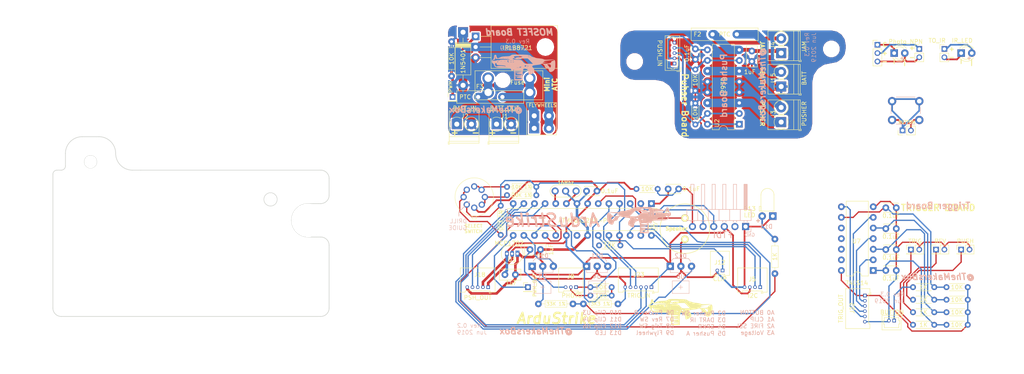
<source format=kicad_pcb>
(kicad_pcb (version 4) (host pcbnew 4.0.6)
  (title_block (date "lun. 30 mars 2015"))
  (layers (0 F.Cu signal) (31 B.Cu signal) (34 B.Paste user) (35 F.Paste user) (36 B.SilkS user) (37 F.SilkS user) (38 B.Mask user) (39 F.Mask user) (44 Edge.Cuts user))
  (net 0 "")
  (net 1 /Reset)
  (net 2 GND)
  (net 3 /A0)
  (net 4 /A1)
  (net 5 /A2)
  (net 6 /A3)
  (net 7 /AREF)
  (net 8 "/A4(SDA)")
  (net 9 "/A5(SCL)")
  (net 10 "/9(**)")
  (net 11 /8)
  (net 12 /7)
  (net 13 "/6(**)")
  (net 14 "/5(**)")
  (net 15 /4)
  (net 16 "/3(**)")
  (net 17 /2)
  (net 18 "/13(SCK)")
  (net 19 "/12(MISO)")
  (net 20 VCC)
  (net 21 "Net-(D2-Pad2)")
  (net 22 "Net-(U5-Pad9)")
  (net 23 "Net-(U5-Pad10)")
  (net 24 "/11(MOSI)")
  (net 25 "/10(SS)")
  (net 26 "Net-(D1-Pad1)")
  (net 27 "Net-(J3-Pad1)")
  (net 28 "Net-(J3-Pad2)")
  (net 29 /TRIG)
  (net 30 "/0(Rx)")
  (net 31 "/1(Tx)")
  (net 32 "Net-(J7-Pad2)")
  (net 33 /Vin)
  (net 34 "Net-(R14-Pad2)")
  (net 35 "Net-(R15-Pad2)")
  (net 36 "Net-(R13-Pad2)")
  (net 37 "Net-(C6-Pad1)")
  (net 38 "Net-(C7-Pad1)")
  (net 39 "Net-(C8-Pad1)")
  (net 40 /#RTS)
  (net 41 "Net-(C2-Pad1)")
  (net 42 "Net-(C3-Pad1)")
  (net 43 "Net-(J17-Pad3)")
  (net 44 "Net-(C10-Pad1)")
  (net 45 "Net-(J6-Pad1)")
  (net 46 "Net-(J17-Pad4)")
  (net 47 "Net-(J19-Pad1)")
  (net 48 "Net-(J20-Pad1)")
  (net 49 "Net-(J21-Pad1)")
  (net 50 /REV)
  (net 51 /PUSHER)
  (net 52 /BUTTON)
  (net 53 "Net-(J8-Pad2)")
  (net 54 "Net-(D3-Pad1)")
  (net 55 "Net-(D3-Pad2)")
  (net 56 "Net-(J27-Pad1)")
  (net 57 "Net-(J27-Pad2)")
  (net 58 /A)
  (net 59 /E)
  (net 60 /C)
  (net 61 "Net-(F1-Pad2)")
  (net 62 /BATT)
  (net 63 "Net-(F2-Pad2)")
  (module Wire_Pads:SolderWirePad_single_2-5mmDrill (layer F.Cu) (at 97.998 96.365)
    (fp_text reference J14 hide)
    (fp_text value NPTH)
    (pad "" np_thru_hole circle (at 0 0) (size 8 8) (drill 8) (layers *.Cu *.Mask))
  )
  (module Wire_Pads:SolderWirePad_single_2-5mmDrill (layer F.Cu) (at 88.998 91.365)
    (fp_text reference J14 hide)
    (fp_text value NPTH)
    (pad "" np_thru_hole circle (at 0 0) (size 3 3) (drill 3) (layers *.Cu *.Mask))
  )
  (module Wire_Pads:SolderWirePad_single_2-5mmDrill (layer F.Cu) (at 45.998 82.365)
    (fp_text reference J14 hide)
    (fp_text value NPTH)
    (pad "" np_thru_hole circle (at 0 0) (size 3 3) (drill 3) (layers *.Cu *.Mask))
  )
  (module footprints:D_DO-15_P12.70mm_Horizontal (layer F.Cu) (at 134.998 51.365 270)
    (fp_text reference D1 hide)
    (fp_text value 1N5401 (at 6.985 0 270) (layer F.SilkS))
    (pad 1 thru_hole rect (at 0 0 270) (size 2.4 2.4) (drill 1.2) (layers *.Cu *.Mask) (net 26 "Net-(D1-Pad1)"))
    (pad 2 thru_hole oval (at 12.7 0 270) (size 2.4 2.4) (drill 1.2) (layers *.Cu *.Mask) (net 2 GND))
  )
  (module Fuse_Holders_and_Fuses:BladeFuse-Mini_Keystone_3568 (layer F.Cu) (at 140.998 62.365)
    (fp_text reference F3 (at -2 2) (layer F.SilkS))
    (fp_text value Fuse (at 7 1) (layer F.SilkS))
    (pad 1 thru_hole circle (at 0 0) (size 2.78 2.78) (drill 1.78) (layers *.Cu *.Mask) (net 62 /BATT))
    (pad 1 thru_hole circle (at 0 3.4) (size 2.78 2.78) (drill 1.78) (layers *.Cu *.Mask) (net 62 /BATT))
    (pad 2 thru_hole circle (at 9.92 0) (size 2.78 2.78) (drill 1.78) (layers *.Cu *.Mask) (net 61 "Net-(F1-Pad2)"))
    (pad 2 thru_hole circle (at 9.92 3.4) (size 2.78 2.78) (drill 1.78) (layers *.Cu *.Mask) (net 61 "Net-(F1-Pad2)"))
  )
  (module Wire_Pads:SolderWirePad_single_2-5mmDrill (layer F.Cu) (at 222.998 55.365)
    (fp_text reference J14 hide)
    (fp_text value NPTH)
    (pad "" np_thru_hole circle (at 0 0) (size 3 3) (drill 3) (layers *.Cu *.Mask))
  )
  (module Wire_Pads:SolderWirePad_single_2-5mmDrill (layer F.Cu) (at 175.998 58.365)
    (fp_text reference J14 hide)
    (fp_text value NPTH)
    (pad "" np_thru_hole circle (at 0 0) (size 3 3) (drill 3) (layers *.Cu *.Mask))
  )
  (module footprints:Hall_Sensor (layer B.Cu) (at 151.498 107.365)
    (fp_text reference U3 (at 2.5 2.5 180) (layer B.SilkS) (effects (justify mirror)))
    (fp_text value "HALL SENSOR" hide)
    (pad 3 thru_hole circle (at 5.08 0 270) (size 1.75 1.75) (drill 0.8) (layers *.Cu *.Mask) (net 25 "/10(SS)"))
    (pad 2 thru_hole circle (at 2.54 0 270) (size 1.75 1.75) (drill 0.8) (layers *.Cu *.Mask) (net 2 GND))
    (pad 1 thru_hole rect (at 0 0 270) (size 1.75 1.75) (drill 0.8) (layers *.Cu *.Mask) (net 20 VCC))
  )
  (module footprints:RS_left (layer B.Cu) (at 176.998 95.365 180)
    (fp_text reference G*** hide)
    (fp_text value LOGO hide)
  )
  (module footprints:SPEAKER (layer F.Cu) (at 187.998 98.365)
    (fp_text reference LS1 hide)
    (fp_text value Speaker (at -2 0) (layer F.SilkS) (effects (font (size 0.889 0.889) (thickness 0.22225))))
    (pad 2 thru_hole circle (at 0 2.54) (size 1.778 1.778) (drill 1.016) (layers *.Cu *.Mask F.SilkS) (net 2 GND))
    (pad 1 thru_hole circle (at 0 -2.54) (size 1.778 1.778) (drill 1.016) (layers *.Cu *.Mask F.SilkS) (net 15 /4))
  )
  (module footprints:DIP-28_W7.62mm (layer F.Cu) (at 179.998 92.365 270)
    (fp_text reference U5 (at 5.588 -0.127 360) (layer F.SilkS))
    (fp_text value ATMEGA328P-PU (at 4.064 15.875 360) (layer F.SilkS))
    (pad 1 thru_hole rect (at 0 0 270) (size 1.6 1.6) (drill 0.8) (layers *.Cu *.Mask) (net 1 /Reset))
    (pad 15 thru_hole oval (at 7.62 33.02 270) (size 1.6 1.6) (drill 0.8) (layers *.Cu *.Mask) (net 10 "/9(**)"))
    (pad 2 thru_hole oval (at 0 2.54 270) (size 1.6 1.6) (drill 0.8) (layers *.Cu *.Mask) (net 30 "/0(Rx)"))
    (pad 16 thru_hole oval (at 7.62 30.48 270) (size 1.6 1.6) (drill 0.8) (layers *.Cu *.Mask) (net 25 "/10(SS)"))
    (pad 3 thru_hole oval (at 0 5.08 270) (size 1.6 1.6) (drill 0.8) (layers *.Cu *.Mask) (net 31 "/1(Tx)"))
    (pad 17 thru_hole oval (at 7.62 27.94 270) (size 1.6 1.6) (drill 0.8) (layers *.Cu *.Mask) (net 24 "/11(MOSI)"))
    (pad 4 thru_hole oval (at 0 7.62 270) (size 1.6 1.6) (drill 0.8) (layers *.Cu *.Mask) (net 17 /2))
    (pad 18 thru_hole oval (at 7.62 25.4 270) (size 1.6 1.6) (drill 0.8) (layers *.Cu *.Mask) (net 19 "/12(MISO)"))
    (pad 5 thru_hole oval (at 0 10.16 270) (size 1.6 1.6) (drill 0.8) (layers *.Cu *.Mask) (net 16 "/3(**)"))
    (pad 19 thru_hole oval (at 7.62 22.86 270) (size 1.6 1.6) (drill 0.8) (layers *.Cu *.Mask) (net 18 "/13(SCK)"))
    (pad 6 thru_hole oval (at 0 12.7 270) (size 1.6 1.6) (drill 0.8) (layers *.Cu *.Mask) (net 15 /4))
    (pad 20 thru_hole oval (at 7.62 20.32 270) (size 1.6 1.6) (drill 0.8) (layers *.Cu *.Mask) (net 20 VCC))
    (pad 7 thru_hole oval (at 0 15.24 270) (size 1.6 1.6) (drill 0.8) (layers *.Cu *.Mask) (net 20 VCC))
    (pad 21 thru_hole oval (at 7.62 17.78 270) (size 1.6 1.6) (drill 0.8) (layers *.Cu *.Mask) (net 7 /AREF))
    (pad 8 thru_hole oval (at 0 17.78 270) (size 1.6 1.6) (drill 0.8) (layers *.Cu *.Mask) (net 2 GND))
    (pad 22 thru_hole oval (at 7.62 15.24 270) (size 1.6 1.6) (drill 0.8) (layers *.Cu *.Mask) (net 2 GND))
    (pad 9 thru_hole oval (at 0 20.32 270) (size 1.6 1.6) (drill 0.8) (layers *.Cu *.Mask) (net 22 "Net-(U5-Pad9)"))
    (pad 23 thru_hole oval (at 7.62 12.7 270) (size 1.6 1.6) (drill 0.8) (layers *.Cu *.Mask) (net 3 /A0))
    (pad 10 thru_hole oval (at 0 22.86 270) (size 1.6 1.6) (drill 0.8) (layers *.Cu *.Mask) (net 23 "Net-(U5-Pad10)"))
    (pad 24 thru_hole oval (at 7.62 10.16 270) (size 1.6 1.6) (drill 0.8) (layers *.Cu *.Mask) (net 4 /A1))
    (pad 11 thru_hole oval (at 0 25.4 270) (size 1.6 1.6) (drill 0.8) (layers *.Cu *.Mask) (net 14 "/5(**)"))
    (pad 25 thru_hole oval (at 7.62 7.62 270) (size 1.6 1.6) (drill 0.8) (layers *.Cu *.Mask) (net 5 /A2))
    (pad 12 thru_hole oval (at 0 27.94 270) (size 1.6 1.6) (drill 0.8) (layers *.Cu *.Mask) (net 13 "/6(**)"))
    (pad 26 thru_hole oval (at 7.62 5.08 270) (size 1.6 1.6) (drill 0.8) (layers *.Cu *.Mask) (net 6 /A3))
    (pad 13 thru_hole oval (at 0 30.48 270) (size 1.6 1.6) (drill 0.8) (layers *.Cu *.Mask) (net 12 /7))
    (pad 27 thru_hole oval (at 7.62 2.54 270) (size 1.6 1.6) (drill 0.8) (layers *.Cu *.Mask) (net 8 "/A4(SDA)"))
    (pad 14 thru_hole oval (at 0 33.02 270) (size 1.6 1.6) (drill 0.8) (layers *.Cu *.Mask) (net 11 /8))
    (pad 28 thru_hole oval (at 7.62 0 270) (size 1.6 1.6) (drill 0.8) (layers *.Cu *.Mask) (net 9 "/A5(SCL)"))
  )
  (module footprints:TO-220-3_Horizontal (layer F.Cu) (at 137.998 52.365 270)
    (fp_text reference Q1 hide)
    (fp_text value IRLB8721 (at 2.75 -10 540) (layer F.SilkS))
    (pad 0 np_thru_hole oval (at 2.54 -16.66 270) (size 3.5 3.5) (drill 3.5) (layers *.Cu *.Mask))
    (pad 1 thru_hole rect (at 0 0 270) (size 1.8 1.8) (drill 1) (layers *.Cu *.Mask) (net 10 "/9(**)"))
    (pad 2 thru_hole oval (at 2.54 0 270) (size 1.8 1.8) (drill 1) (layers *.Cu *.Mask) (net 26 "Net-(D1-Pad1)"))
    (pad 3 thru_hole oval (at 5.08 0 270) (size 1.8 1.8) (drill 1) (layers *.Cu *.Mask) (net 2 GND))
  )
  (module footprints:R_Axial_DIN0204_L3.6mm_D1.6mm_P7.62mm_Horizontal (layer F.Cu) (at 132.248 53.865 270)
    (fp_text reference R9)
    (fp_text value 10K (at 3.81 0 270) (layer F.SilkS))
    (pad 1 thru_hole circle (at -0.25 0 270) (size 1.6 1.6) (drill 0.7) (layers *.Cu *.Mask) (net 2 GND))
    (pad 2 thru_hole circle (at 8 0 270) (size 1.6 1.6) (drill 0.7) (layers *.Cu *.Mask) (net 10 "/9(**)"))
  )
  (module footprints:R_Axial_DIN0204_L3.6mm_D1.6mm_P7.62mm_Horizontal (layer F.Cu) (at 160.998 116.365 180)
    (fp_text reference R8)
    (fp_text value "33K 1%" (at 3.81 0 180) (layer F.SilkS) (effects (font (size 0.8 0.8))))
    (pad 1 thru_hole circle (at -0.25 0 180) (size 1.6 1.6) (drill 0.7) (layers *.Cu *.Mask) (net 6 /A3))
    (pad 2 thru_hole circle (at 8 0 180) (size 1.6 1.6) (drill 0.7) (layers *.Cu *.Mask) (net 33 /Vin))
  )
  (module footprints:R__P5.08mm (layer F.Cu) (at 169.998 102.365)
    (fp_text reference R16 hide)
    (fp_text value 10K (at 0 0) (layer F.SilkS))
    (pad 1 thru_hole circle (at -2.5 0) (size 1.4 1.4) (drill 0.7) (layers *.Cu *.Mask) (net 2 GND))
    (pad 2 thru_hole oval (at 2.58 0) (size 1.4 1.4) (drill 0.7) (layers *.Cu *.Mask) (net 5 /A2))
  )
  (module footprints:R__P5.08mm (layer F.Cu) (at 252.998 115.365)
    (fp_text reference R10 hide)
    (fp_text value 10K (at 0 0) (layer F.SilkS))
    (pad 1 thru_hole circle (at -2.5 0) (size 1.4 1.4) (drill 0.7) (layers *.Cu *.Mask) (net 39 "Net-(C8-Pad1)"))
    (pad 2 thru_hole oval (at 2.58 0) (size 1.4 1.4) (drill 0.7) (layers *.Cu *.Mask) (net 20 VCC))
  )
  (module footprints:R__P5.08mm (layer F.Cu) (at 190.498 70.865 270)
    (fp_text reference R1 hide)
    (fp_text value 10K (at 0 0 270) (layer F.SilkS))
    (pad 1 thru_hole circle (at -2.5 0 270) (size 1.4 1.4) (drill 0.7) (layers *.Cu *.Mask) (net 2 GND))
    (pad 2 thru_hole oval (at 2.58 0 270) (size 1.4 1.4) (drill 0.7) (layers *.Cu *.Mask) (net 43 "Net-(J17-Pad3)"))
  )
  (module footprints:R__P5.08mm (layer F.Cu) (at 190.498 62.865 90)
    (fp_text reference R3 hide)
    (fp_text value 10K (at 0 0 90) (layer F.SilkS))
    (pad 1 thru_hole circle (at -2.5 0 90) (size 1.4 1.4) (drill 0.7) (layers *.Cu *.Mask) (net 2 GND))
    (pad 2 thru_hole oval (at 2.58 0 90) (size 1.4 1.4) (drill 0.7) (layers *.Cu *.Mask) (net 46 "Net-(J17-Pad4)"))
  )
  (module footprints:R__P5.08mm (layer F.Cu) (at 252.998 121.365)
    (fp_text reference R4 hide)
    (fp_text value 10K (at 0 0) (layer F.SilkS))
    (pad 1 thru_hole circle (at -2.5 0) (size 1.4 1.4) (drill 0.7) (layers *.Cu *.Mask) (net 37 "Net-(C6-Pad1)"))
    (pad 2 thru_hole oval (at 2.58 0) (size 1.4 1.4) (drill 0.7) (layers *.Cu *.Mask) (net 20 VCC))
  )
  (module footprints:R__P5.08mm (layer F.Cu) (at 252.998 118.365)
    (fp_text reference R6 hide)
    (fp_text value 10K (at 0 0) (layer F.SilkS))
    (pad 1 thru_hole circle (at -2.5 0) (size 1.4 1.4) (drill 0.7) (layers *.Cu *.Mask) (net 38 "Net-(C7-Pad1)"))
    (pad 2 thru_hole oval (at 2.58 0) (size 1.4 1.4) (drill 0.7) (layers *.Cu *.Mask) (net 20 VCC))
  )
  (module footprints:Resonator-3pin_w7.0mm_h2.5mm (layer F.Cu) (at 156.998 89.365)
    (fp_text reference Y1 hide)
    (fp_text value 16Mhz (at 2.54 -2.032) (layer F.SilkS) (effects (font (size 0.8 0.8))))
    (pad 1 thru_hole circle (at 0 0) (size 1.7 1.7) (drill 1) (layers *.Cu *.Mask) (net 23 "Net-(U5-Pad10)"))
    (pad 2 thru_hole circle (at 2.5 0) (size 1.7 1.7) (drill 1) (layers *.Cu *.Mask) (net 2 GND))
    (pad 3 thru_hole circle (at 5 0) (size 1.7 1.7) (drill 1) (layers *.Cu *.Mask) (net 22 "Net-(U5-Pad9)"))
  )
  (module footprints:R__P5.08mm (layer F.Cu) (at 244.998 115.365)
    (fp_text reference R11 hide)
    (fp_text value 1K (at 0 0) (layer F.SilkS))
    (pad 1 thru_hole circle (at -2.5 0) (size 1.4 1.4) (drill 0.7) (layers *.Cu *.Mask) (net 48 "Net-(J20-Pad1)"))
    (pad 2 thru_hole oval (at 2.58 0) (size 1.4 1.4) (drill 0.7) (layers *.Cu *.Mask) (net 39 "Net-(C8-Pad1)"))
  )
  (module footprints:R__P5.08mm (layer F.Cu) (at 244.998 118.365)
    (fp_text reference R7 hide)
    (fp_text value 1K (at 0 0) (layer F.SilkS))
    (pad 1 thru_hole circle (at -2.5 0) (size 1.4 1.4) (drill 0.7) (layers *.Cu *.Mask) (net 45 "Net-(J6-Pad1)"))
    (pad 2 thru_hole oval (at 2.58 0) (size 1.4 1.4) (drill 0.7) (layers *.Cu *.Mask) (net 38 "Net-(C7-Pad1)"))
  )
  (module footprints:R__P5.08mm (layer F.Cu) (at 244.998 121.365)
    (fp_text reference R5 hide)
    (fp_text value 1K (at 0 0) (layer F.SilkS))
    (pad 1 thru_hole circle (at -2.5 0) (size 1.4 1.4) (drill 0.7) (layers *.Cu *.Mask) (net 47 "Net-(J19-Pad1)"))
    (pad 2 thru_hole oval (at 2.58 0) (size 1.4 1.4) (drill 0.7) (layers *.Cu *.Mask) (net 37 "Net-(C6-Pad1)"))
  )
  (module footprints:C_Disc_D5.0mm_W2.5mm_P2.50mm (layer F.Cu) (at 150.998 103.365)
    (fp_text reference C1 hide)
    (fp_text value 1uF (at 5 0 90) (layer F.SilkS))
    (pad 1 thru_hole circle (at 0 0) (size 1.6 1.6) (drill 0.8) (layers *.Cu *.Mask) (net 33 /Vin))
    (pad 2 thru_hole circle (at 2.5 0) (size 1.6 1.6) (drill 0.8) (layers *.Cu *.Mask) (net 2 GND))
  )
  (module footprints:C_Disc_D5.0mm_W2.5mm_P2.50mm (layer F.Cu) (at 203.998 55.865 270)
    (fp_text reference C2 hide)
    (fp_text value 1uF (at 5 0.5 360) (layer F.SilkS))
    (pad 1 thru_hole circle (at 0 0 270) (size 1.6 1.6) (drill 0.8) (layers *.Cu *.Mask) (net 41 "Net-(C2-Pad1)"))
    (pad 2 thru_hole circle (at 2.5 0 270) (size 1.6 1.6) (drill 0.8) (layers *.Cu *.Mask) (net 2 GND))
  )
  (module footprints:C_Disc_D3.4mm_W2.1mm_P2.50mm (layer F.Cu) (at 190.498 55.365 270)
    (fp_text reference C3 hide)
    (fp_text value 0.1uF (at 1 2 270) (layer F.SilkS))
    (pad 1 thru_hole circle (at 0 0 270) (size 1.6 1.6) (drill 0.8) (layers *.Cu *.Mask) (net 42 "Net-(C3-Pad1)"))
    (pad 2 thru_hole circle (at 2.5 0 270) (size 1.6 1.6) (drill 0.8) (layers *.Cu *.Mask) (net 2 GND))
  )
  (module footprints:C_Disc_D5.0mm_W2.5mm_P2.50mm (layer F.Cu) (at 144.998 109.365)
    (fp_text reference C4 hide)
    (fp_text value 1uF (at 1.5 2 180) (layer F.SilkS))
    (pad 1 thru_hole circle (at 0 0) (size 1.6 1.6) (drill 0.8) (layers *.Cu *.Mask) (net 20 VCC))
    (pad 2 thru_hole circle (at 2.5 0) (size 1.6 1.6) (drill 0.8) (layers *.Cu *.Mask) (net 2 GND))
  )
  (module footprints:C_Disc_D3.4mm_W2.1mm_P2.50mm (layer F.Cu) (at 235.998 108.365)
    (fp_text reference C6 hide)
    (fp_text value 0.1uF (at 1.27 1.905) (layer F.SilkS))
    (pad 1 thru_hole circle (at 0 0) (size 1.6 1.6) (drill 0.8) (layers *.Cu *.Mask) (net 37 "Net-(C6-Pad1)"))
    (pad 2 thru_hole circle (at 2.5 0) (size 1.6 1.6) (drill 0.8) (layers *.Cu *.Mask) (net 2 GND))
  )
  (module footprints:C_Disc_D3.4mm_W2.1mm_P2.50mm (layer F.Cu) (at 235.998 103.365)
    (fp_text reference C7 hide)
    (fp_text value 0.1uF (at 1.27 1.905) (layer F.SilkS))
    (pad 1 thru_hole circle (at 0 0) (size 1.6 1.6) (drill 0.8) (layers *.Cu *.Mask) (net 38 "Net-(C7-Pad1)"))
    (pad 2 thru_hole circle (at 2.5 0) (size 1.6 1.6) (drill 0.8) (layers *.Cu *.Mask) (net 2 GND))
  )
  (module footprints:C_Disc_D3.4mm_W2.1mm_P2.50mm (layer F.Cu) (at 235.998 98.365)
    (fp_text reference C8 hide)
    (fp_text value 0.1uF (at 1.27 1.905) (layer F.SilkS))
    (pad 1 thru_hole circle (at 0 0) (size 1.6 1.6) (drill 0.8) (layers *.Cu *.Mask) (net 39 "Net-(C8-Pad1)"))
    (pad 2 thru_hole circle (at 2.5 0) (size 1.6 1.6) (drill 0.8) (layers *.Cu *.Mask) (net 2 GND))
  )
  (module footprints:LED_D3.0mm_Horizontal_O1.27mm_Z10.0mm (layer F.Cu) (at 208.998 95.365 180)
    (fp_text reference D2 hide)
    (fp_text value D13 (at 5.544 1.766 180) (layer F.SilkS))
    (pad 1 thru_hole rect (at 0 0 180) (size 1.8 1.8) (drill 0.9) (layers *.Cu *.Mask) (net 2 GND))
    (pad 2 thru_hole circle (at 2.54 0 180) (size 1.8 1.8) (drill 0.9) (layers *.Cu *.Mask) (net 21 "Net-(D2-Pad2)"))
  )
  (module footprints:Molex_PicoBlade_53048-0210_02x1.25mm_Angled (layer F.Cu) (at 196.998 108.365 180)
    (fp_text reference J12 (at 0.635 1.905 180) (layer F.SilkS))
    (fp_text value CLIP (at 0.635 -2.032 180) (layer F.SilkS))
    (pad 1 thru_hole rect (at 0 0 180) (size 0.85 0.85) (drill 0.5) (layers *.Cu *.Mask) (net 4 /A1))
    (pad 2 thru_hole circle (at 1.25 0 180) (size 0.85 0.85) (drill 0.5) (layers *.Cu *.Mask) (net 2 GND))
  )
  (module Wire_Pads:SolderWirePad_single_2-5mmDrill (layer F.Cu) (at 195.998 114.365)
    (fp_text reference J13 hide)
    (fp_text value BUTTON)
    (pad "" np_thru_hole circle (at 0 0) (size 3 3) (drill 3) (layers *.Cu *.Mask))
  )
  (module Wire_Pads:SolderWirePad_single_2-5mmDrill (layer F.Cu) (at 145.998 114.619)
    (fp_text reference J14 hide)
    (fp_text value NPTH)
    (pad "" np_thru_hole circle (at 0 0) (size 3 3) (drill 3) (layers *.Cu *.Mask))
  )
  (module footprints:TO-92_Inline_Narrow_Oval (layer F.Cu) (at 147.998 104.365 180)
    (fp_text reference U1 (at 1.32 -1.41 180) (layer F.SilkS))
    (fp_text value MCP1702 (at 2 2.5 180) (layer F.SilkS))
    (pad 2 thru_hole oval (at 1.27 0) (size 0.9 1.5) (drill 0.6) (layers *.Cu *.Mask) (net 33 /Vin))
    (pad 3 thru_hole oval (at 2.54 0) (size 0.9 1.5) (drill 0.6) (layers *.Cu *.Mask) (net 20 VCC))
    (pad 1 thru_hole rect (at 0 0) (size 0.9 1.5) (drill 0.6) (layers *.Cu *.Mask) (net 2 GND))
  )
  (module footprints:DIP-16_W7.62mm (layer F.Cu) (at 200.998 73.365 180)
    (fp_text reference U2 (at 5.334 0.254 270) (layer F.SilkS))
    (fp_text value L293D (at 3.81 8.89 270) (layer F.SilkS))
    (pad 1 thru_hole rect (at 0 0 180) (size 1.6 1.6) (drill 0.8) (layers *.Cu *.Mask) (net 42 "Net-(C3-Pad1)"))
    (pad 9 thru_hole oval (at 7.62 17.78 180) (size 1.6 1.6) (drill 0.8) (layers *.Cu *.Mask) (net 42 "Net-(C3-Pad1)"))
    (pad 2 thru_hole oval (at 0 2.54 180) (size 1.6 1.6) (drill 0.8) (layers *.Cu *.Mask) (net 43 "Net-(J17-Pad3)"))
    (pad 10 thru_hole oval (at 7.62 15.24 180) (size 1.6 1.6) (drill 0.8) (layers *.Cu *.Mask) (net 46 "Net-(J17-Pad4)"))
    (pad 3 thru_hole oval (at 0 5.08 180) (size 1.6 1.6) (drill 0.8) (layers *.Cu *.Mask) (net 27 "Net-(J3-Pad1)"))
    (pad 11 thru_hole oval (at 7.62 12.7 180) (size 1.6 1.6) (drill 0.8) (layers *.Cu *.Mask) (net 28 "Net-(J3-Pad2)"))
    (pad 4 thru_hole oval (at 0 7.62 180) (size 1.6 1.6) (drill 0.8) (layers *.Cu *.Mask) (net 2 GND))
    (pad 12 thru_hole oval (at 7.62 10.16 180) (size 1.6 1.6) (drill 0.8) (layers *.Cu *.Mask) (net 2 GND))
    (pad 5 thru_hole oval (at 0 10.16 180) (size 1.6 1.6) (drill 0.8) (layers *.Cu *.Mask) (net 2 GND))
    (pad 13 thru_hole oval (at 7.62 7.62 180) (size 1.6 1.6) (drill 0.8) (layers *.Cu *.Mask) (net 2 GND))
    (pad 6 thru_hole oval (at 0 12.7 180) (size 1.6 1.6) (drill 0.8) (layers *.Cu *.Mask) (net 28 "Net-(J3-Pad2)"))
    (pad 14 thru_hole oval (at 7.62 5.08 180) (size 1.6 1.6) (drill 0.8) (layers *.Cu *.Mask) (net 27 "Net-(J3-Pad1)"))
    (pad 7 thru_hole oval (at 0 15.24 180) (size 1.6 1.6) (drill 0.8) (layers *.Cu *.Mask) (net 46 "Net-(J17-Pad4)"))
    (pad 15 thru_hole oval (at 7.62 2.54 180) (size 1.6 1.6) (drill 0.8) (layers *.Cu *.Mask) (net 43 "Net-(J17-Pad3)"))
    (pad 8 thru_hole oval (at 0 17.78 180) (size 1.6 1.6) (drill 0.8) (layers *.Cu *.Mask) (net 41 "Net-(C2-Pad1)"))
    (pad 16 thru_hole oval (at 7.62 0 180) (size 1.6 1.6) (drill 0.8) (layers *.Cu *.Mask) (net 42 "Net-(C3-Pad1)"))
  )
  (module footprints:Molex_PicoBlade_53048-0410_04x1.25mm_Angled (layer F.Cu) (at 205.998 112.365 180)
    (fp_text reference J5 (at 1.905 1.905 180) (layer F.SilkS))
    (fp_text value I2C (at 1.778 -2.032 180) (layer F.SilkS))
    (pad 1 thru_hole rect (at 0 0 180) (size 0.85 0.85) (drill 0.5) (layers *.Cu *.Mask) (net 8 "/A4(SDA)"))
    (pad 2 thru_hole circle (at 1.25 0 180) (size 0.85 0.85) (drill 0.5) (layers *.Cu *.Mask) (net 9 "/A5(SCL)"))
    (pad 3 thru_hole circle (at 2.5 0 180) (size 0.85 0.85) (drill 0.5) (layers *.Cu *.Mask) (net 20 VCC))
    (pad 4 thru_hole circle (at 3.75 0 180) (size 0.85 0.85) (drill 0.5) (layers *.Cu *.Mask) (net 2 GND))
  )
  (module footprints:SW_Rotary8 (layer F.Cu) (at 137.668 90.805 180)
    (fp_text reference SW1 hide)
    (fp_text value SW_Rotary8)
    (pad 8 thru_hole circle (at 0 -2.54 180) (size 1.5 1.5) (drill 0.9) (layers *.Cu *.Mask) (net 20 VCC))
    (pad 1 thru_hole circle (at 1.7907 -1.8034 180) (size 1.5 1.5) (drill 0.9) (layers *.Cu *.Mask) (net 5 /A2))
    (pad 2 thru_hole oval (at 2.54 0 180) (size 1.5 1.5) (drill 0.9) (layers *.Cu *.Mask) (net 35 "Net-(R15-Pad2)"))
    (pad 3 thru_hole oval (at 1.778 1.7526 180) (size 1.5 1.5) (drill 0.9) (layers *.Cu *.Mask) (net 35 "Net-(R15-Pad2)"))
    (pad 4 thru_hole oval (at 0 2.54 180) (size 1.5 1.5) (drill 0.9) (layers *.Cu *.Mask) (net 34 "Net-(R14-Pad2)"))
    (pad 5 thru_hole oval (at -1.7526 1.7399 180) (size 1.5 1.5) (drill 0.9) (layers *.Cu *.Mask) (net 34 "Net-(R14-Pad2)"))
    (pad 6 thru_hole oval (at -2.54 0 180) (size 1.5 1.5) (drill 0.9) (layers *.Cu *.Mask) (net 36 "Net-(R13-Pad2)"))
    (pad 7 thru_hole oval (at -1.8034 -1.8161 180) (size 1.5 1.5) (drill 0.9) (layers *.Cu *.Mask) (net 36 "Net-(R13-Pad2)"))
  )
  (module footprints:C_Disc_D3.4mm_W2.1mm_P2.50mm (layer F.Cu) (at 166.998 89.365 180)
    (fp_text reference C5 hide)
    (fp_text value 0.1uF (at -3 0 180) (layer F.SilkS))
    (pad 1 thru_hole circle (at 0 0 180) (size 1.6 1.6) (drill 0.8) (layers *.Cu *.Mask) (net 20 VCC))
    (pad 2 thru_hole circle (at 2.5 0 180) (size 1.6 1.6) (drill 0.8) (layers *.Cu *.Mask) (net 2 GND))
  )
  (module footprints:TerminalBlock_Phoenix_PT-1,5-2-3.5-H_1x02_P3.50mm_Horizontal (layer F.Cu) (at 210.998 56.365 90)
    (fp_text reference J4 (at 1.905 -1.905 90) (layer F.SilkS))
    (fp_text value JAM (at 1.5 5.5 90) (layer F.SilkS))
    (pad 1 thru_hole rect (at 0 0 90) (size 2.4 2.4) (drill 1.2) (layers *.Cu *.Mask) (net 41 "Net-(C2-Pad1)"))
    (pad 2 thru_hole circle (at 3.5 0 90) (size 2.4 2.4) (drill 1.2) (layers *.Cu *.Mask) (net 33 /Vin))
  )
  (module footprints:R_Axial_DIN0204_L3.6mm_D1.6mm_P7.62mm_Horizontal (layer F.Cu) (at 163.998 116.365)
    (fp_text reference R12)
    (fp_text value "3K3 1%" (at 3.81 0) (layer F.SilkS) (effects (font (size 0.8 0.8))))
    (pad 1 thru_hole circle (at -0.25 0) (size 1.6 1.6) (drill 0.7) (layers *.Cu *.Mask) (net 6 /A3))
    (pad 2 thru_hole circle (at 8 0) (size 1.6 1.6) (drill 0.7) (layers *.Cu *.Mask) (net 2 GND))
  )
  (module footprints:R_Axial_DIN0204_L3.6mm_D1.6mm_P7.62mm_Horizontal (layer F.Cu) (at 209.498 108.865 90)
    (fp_text reference R2)
    (fp_text value 1K (at 3.81 0 90) (layer F.SilkS))
    (pad 1 thru_hole circle (at -0.25 0 90) (size 1.6 1.6) (drill 0.7) (layers *.Cu *.Mask) (net 18 "/13(SCK)"))
    (pad 2 thru_hole circle (at 8 0 90) (size 1.6 1.6) (drill 0.7) (layers *.Cu *.Mask) (net 21 "Net-(D2-Pad2)"))
  )
  (module footprints:R__P7mm (layer F.Cu) (at 148.998 90.365 180)
    (fp_text reference R13 hide)
    (fp_text value "30K 1%" (at 0 0 180) (layer F.SilkS) (effects (font (size 0.8 0.8))))
    (pad 1 thru_hole circle (at -3.5 0 180) (size 1.4 1.4) (drill 0.7) (layers *.Cu *.Mask) (net 5 /A2))
    (pad 2 thru_hole oval (at 3.5 0 180) (size 1.4 1.4) (drill 0.7) (layers *.Cu *.Mask) (net 36 "Net-(R13-Pad2)"))
  )
  (module footprints:R__P7mm (layer F.Cu) (at 148.998 88.365 180)
    (fp_text reference R14 hide)
    (fp_text value "10K 1%" (at 0 0 180) (layer F.SilkS) (effects (font (size 0.8 0.8))))
    (pad 1 thru_hole circle (at -3.5 0 180) (size 1.4 1.4) (drill 0.7) (layers *.Cu *.Mask) (net 5 /A2))
    (pad 2 thru_hole oval (at 3.5 0 180) (size 1.4 1.4) (drill 0.7) (layers *.Cu *.Mask) (net 34 "Net-(R14-Pad2)"))
  )
  (module footprints:R__P7mm (layer F.Cu) (at 143.998 96.365 270)
    (fp_text reference R15 hide)
    (fp_text value "3K3 1%" (at 0 0 270) (layer F.SilkS) (effects (font (size 0.8 0.8))))
    (pad 1 thru_hole circle (at -3.5 0 270) (size 1.4 1.4) (drill 0.7) (layers *.Cu *.Mask) (net 5 /A2))
    (pad 2 thru_hole oval (at 3.5 0 270) (size 1.4 1.4) (drill 0.7) (layers *.Cu *.Mask) (net 35 "Net-(R15-Pad2)"))
  )
  (module footprints:RS_left (layer F.Cu) (at 186.998 117.365)
    (fp_text reference G*** hide)
    (fp_text value LOGO hide)
  )
  (module footprints:RS_right (layer B.Cu) (at 149.498 58.865 180)
    (fp_text reference G*** hide)
    (fp_text value LOGO hide)
  )
  (module footprints:C_Disc_D3.4mm_W2.1mm_P2.50mm (layer F.Cu) (at 186.498 88.865 180)
    (fp_text reference C9 hide)
    (fp_text value 0.1uF (at -3 0 180) (layer F.SilkS))
    (pad 1 thru_hole circle (at 0 0 180) (size 1.6 1.6) (drill 0.8) (layers *.Cu *.Mask) (net 40 /#RTS))
    (pad 2 thru_hole circle (at 2.5 0 180) (size 1.6 1.6) (drill 0.8) (layers *.Cu *.Mask) (net 1 /Reset))
  )
  (module footprints:R__P5.08mm (layer F.Cu) (at 178.998 88.865 180)
    (fp_text reference R17 hide)
    (fp_text value 10K (at 0 0 180) (layer F.SilkS))
    (pad 1 thru_hole circle (at -2.5 0 180) (size 1.4 1.4) (drill 0.7) (layers *.Cu *.Mask) (net 40 /#RTS))
    (pad 2 thru_hole oval (at 2.58 0 180) (size 1.4 1.4) (drill 0.7) (layers *.Cu *.Mask) (net 20 VCC))
  )
  (module footprints:C_Disc_D3.4mm_W2.1mm_P2.50mm (layer F.Cu) (at 235.998 93.365)
    (fp_text reference C10 hide)
    (fp_text value 0.1uF (at 1.27 1.905) (layer F.SilkS))
    (pad 1 thru_hole circle (at 0 0) (size 1.6 1.6) (drill 0.8) (layers *.Cu *.Mask) (net 44 "Net-(C10-Pad1)"))
    (pad 2 thru_hole circle (at 2.5 0) (size 1.6 1.6) (drill 0.8) (layers *.Cu *.Mask) (net 2 GND))
  )
  (module footprints:R__P5.08mm (layer F.Cu) (at 244.998 112.365)
    (fp_text reference R18 hide)
    (fp_text value 1K (at 0 0) (layer F.SilkS))
    (pad 1 thru_hole circle (at -2.5 0) (size 1.4 1.4) (drill 0.7) (layers *.Cu *.Mask) (net 49 "Net-(J21-Pad1)"))
    (pad 2 thru_hole oval (at 2.58 0) (size 1.4 1.4) (drill 0.7) (layers *.Cu *.Mask) (net 44 "Net-(C10-Pad1)"))
  )
  (module footprints:R__P5.08mm (layer F.Cu) (at 252.998 112.365)
    (fp_text reference R19 hide)
    (fp_text value 10K (at 0 0) (layer F.SilkS))
    (pad 1 thru_hole circle (at -2.5 0) (size 1.4 1.4) (drill 0.7) (layers *.Cu *.Mask) (net 44 "Net-(C10-Pad1)"))
    (pad 2 thru_hole oval (at 2.58 0) (size 1.4 1.4) (drill 0.7) (layers *.Cu *.Mask) (net 20 VCC))
  )
  (module footprints:DIP-14_W7.62mm (layer F.Cu) (at 232.998 108.365 180)
    (fp_text reference U7 (at 4 7 180) (layer F.SilkS))
    (fp_text value 74LS14 (at 4 -3 180) (layer F.SilkS))
    (pad 1 thru_hole rect (at 0 0 180) (size 1.6 1.6) (drill 0.8) (layers *.Cu *.Mask) (net 37 "Net-(C6-Pad1)"))
    (pad 8 thru_hole oval (at 7.62 15.24 180) (size 1.6 1.6) (drill 0.8) (layers *.Cu *.Mask) (net 52 /BUTTON))
    (pad 2 thru_hole oval (at 0 2.54 180) (size 1.6 1.6) (drill 0.8) (layers *.Cu *.Mask) (net 29 /TRIG))
    (pad 9 thru_hole oval (at 7.62 12.7 180) (size 1.6 1.6) (drill 0.8) (layers *.Cu *.Mask) (net 44 "Net-(C10-Pad1)"))
    (pad 3 thru_hole oval (at 0 5.08 180) (size 1.6 1.6) (drill 0.8) (layers *.Cu *.Mask) (net 38 "Net-(C7-Pad1)"))
    (pad 10 thru_hole oval (at 7.62 10.16 180) (size 1.6 1.6) (drill 0.8) (layers *.Cu *.Mask))
    (pad 4 thru_hole oval (at 0 7.62 180) (size 1.6 1.6) (drill 0.8) (layers *.Cu *.Mask) (net 50 /REV))
    (pad 11 thru_hole oval (at 7.62 7.62 180) (size 1.6 1.6) (drill 0.8) (layers *.Cu *.Mask))
    (pad 5 thru_hole oval (at 0 10.16 180) (size 1.6 1.6) (drill 0.8) (layers *.Cu *.Mask) (net 39 "Net-(C8-Pad1)"))
    (pad 12 thru_hole oval (at 7.62 5.08 180) (size 1.6 1.6) (drill 0.8) (layers *.Cu *.Mask))
    (pad 6 thru_hole oval (at 0 12.7 180) (size 1.6 1.6) (drill 0.8) (layers *.Cu *.Mask) (net 51 /PUSHER))
    (pad 13 thru_hole oval (at 7.62 2.54 180) (size 1.6 1.6) (drill 0.8) (layers *.Cu *.Mask))
    (pad 7 thru_hole oval (at 0 15.24 180) (size 1.6 1.6) (drill 0.8) (layers *.Cu *.Mask) (net 2 GND))
    (pad 14 thru_hole oval (at 7.62 0 180) (size 1.6 1.6) (drill 0.8) (layers *.Cu *.Mask) (net 20 VCC))
  )
  (module footprints:Hall_Sensor (layer B.Cu) (at 164.498 107.365)
    (fp_text reference U4 (at 2.5 2.5 180) (layer B.SilkS) (effects (justify mirror)))
    (fp_text value "HALL SENSOR" hide)
    (pad 3 thru_hole circle (at 5.08 0 270) (size 1.75 1.75) (drill 0.8) (layers *.Cu *.Mask) (net 24 "/11(MOSI)"))
    (pad 2 thru_hole circle (at 2.54 0 270) (size 1.75 1.75) (drill 0.8) (layers *.Cu *.Mask) (net 2 GND))
    (pad 1 thru_hole rect (at 0 0 270) (size 1.75 1.75) (drill 0.8) (layers *.Cu *.Mask) (net 20 VCC))
  )
  (module footprints:Hall_Sensor (layer B.Cu) (at 184.498 107.365)
    (fp_text reference U6 (at 2.5 2.5 180) (layer B.SilkS) (effects (justify mirror)))
    (fp_text value "HALL SENSOR" hide)
    (pad 3 thru_hole circle (at 5.08 0 270) (size 1.75 1.75) (drill 0.8) (layers *.Cu *.Mask) (net 19 "/12(MISO)"))
    (pad 2 thru_hole circle (at 2.54 0 270) (size 1.75 1.75) (drill 0.8) (layers *.Cu *.Mask) (net 2 GND))
    (pad 1 thru_hole rect (at 0 0 270) (size 1.75 1.75) (drill 0.8) (layers *.Cu *.Mask) (net 20 VCC))
  )
  (module footprints:R__P5.08mm (layer F.Cu) (at 167.998 112.365 180)
    (fp_text reference R20 hide)
    (fp_text value 10K (at 0 0 180) (layer F.SilkS))
    (pad 1 thru_hole circle (at -2.5 0 180) (size 1.4 1.4) (drill 0.7) (layers *.Cu *.Mask) (net 20 VCC))
    (pad 2 thru_hole oval (at 2.58 0 180) (size 1.4 1.4) (drill 0.7) (layers *.Cu *.Mask) (net 16 "/3(**)"))
  )
  (module footprints:R__P5.08mm (layer F.Cu) (at 167.998 114.365 180)
    (fp_text reference R21 hide)
    (fp_text value 100 (at 0 0 180) (layer F.SilkS))
    (pad 1 thru_hole circle (at -2.5 0 180) (size 1.4 1.4) (drill 0.7) (layers *.Cu *.Mask) (net 20 VCC))
    (pad 2 thru_hole oval (at 2.58 0 180) (size 1.4 1.4) (drill 0.7) (layers *.Cu *.Mask) (net 53 "Net-(J8-Pad2)"))
  )
  (module footprints:LED_D3.0mm (layer F.Cu) (at 253.998 56.365)
    (fp_text reference D3)
    (fp_text value LED hide)
    (fp_text user + (at 1.905 1.143) (layer B.SilkS) (effects (justify mirror)))
    (fp_text user + (at 1.905 1.143) (layer F.SilkS))
    (pad 1 thru_hole rect (at 0 0) (size 1.8 1.8) (drill 0.9) (layers *.Cu *.Mask) (net 54 "Net-(D3-Pad1)"))
    (pad 2 thru_hole circle (at 2.54 0) (size 1.8 1.8) (drill 0.9) (layers *.Cu *.Mask) (net 55 "Net-(D3-Pad2)"))
  )
  (module footprints:LED_D3.0mm (layer F.Cu) (at 237.998 56.365)
    (fp_text reference Q2)
    (fp_text value Photo_NPN (at 2.75 -2.75) (layer F.SilkS))
    (fp_text user + (at 1.905 1.143) (layer B.SilkS) (effects (justify mirror)))
    (fp_text user + (at 1.905 1.143) (layer F.SilkS))
    (pad 1 thru_hole rect (at 0 0) (size 1.8 1.8) (drill 0.9) (layers *.Cu *.Mask) (net 60 /C))
    (pad 2 thru_hole circle (at 2.54 0) (size 1.8 1.8) (drill 0.9) (layers *.Cu *.Mask) (net 59 /E))
  )
  (module footprints:SW_PUSH_6mm (layer B.Cu) (at 237.498 72.365)
    (fp_text reference SW2 hide)
    (fp_text value SW_Push)
    (pad 2 thru_hole circle (at 0 -4.5 270) (size 2 2) (drill 1.1) (layers *.Cu *.Mask) (net 56 "Net-(J27-Pad1)"))
    (pad 1 thru_hole circle (at 0 0 270) (size 2 2) (drill 1.1) (layers *.Cu *.Mask) (net 57 "Net-(J27-Pad2)"))
    (pad 2 thru_hole circle (at 6.5 -4.5 270) (size 2 2) (drill 1.1) (layers *.Cu *.Mask) (net 56 "Net-(J27-Pad1)"))
    (pad 1 thru_hole circle (at 6.5 0 270) (size 2 2) (drill 1.1) (layers *.Cu *.Mask) (net 57 "Net-(J27-Pad2)"))
  )
  (module footprints:TerminalBlock_Phoenix_PT-1,5-2-3.5-H_1x02_P3.50mm_Horizontal (layer F.Cu) (at 142.998 73.365)
    (fp_text reference J1 (at 1.905 -1.905) (layer F.SilkS))
    (fp_text value BATT_OUT (at 1.905 -3.81 180) (layer F.SilkS))
    (pad 1 thru_hole rect (at 0 0) (size 2.4 2.4) (drill 1.2) (layers *.Cu *.Mask) (net 62 /BATT))
    (pad 2 thru_hole circle (at 3.5 0) (size 2.4 2.4) (drill 1.2) (layers *.Cu *.Mask) (net 2 GND))
  )
  (module footprints:TerminalBlock_Phoenix_PT-1,5-2-3.5-H_1x02_P3.50mm_Horizontal (layer F.Cu) (at 133.498 73.365)
    (fp_text reference J2 (at 1.905 -1.905) (layer F.SilkS))
    (fp_text value BATT_IN (at 1.905 -3.81 180) (layer F.SilkS))
    (pad 1 thru_hole rect (at 0 0) (size 2.4 2.4) (drill 1.2) (layers *.Cu *.Mask) (net 62 /BATT))
    (pad 2 thru_hole circle (at 3.5 0) (size 2.4 2.4) (drill 1.2) (layers *.Cu *.Mask) (net 2 GND))
  )
  (module footprints:Pin_Header_Angled_1x06_Pitch2.54mm (layer B.Cu) (at 202.498 97.865 90)
    (fp_text reference J7 hide)
    (fp_text value FTDI)
    (pad 1 thru_hole rect (at 0 0 90) (size 1.7 1.7) (drill 1) (layers *.Cu *.Mask) (net 2 GND))
    (pad 2 thru_hole oval (at 0 -2.54 90) (size 1.7 1.7) (drill 1) (layers *.Cu *.Mask) (net 32 "Net-(J7-Pad2)"))
    (pad 3 thru_hole oval (at 0 -5.08 90) (size 1.7 1.7) (drill 1) (layers *.Cu *.Mask) (net 20 VCC))
    (pad 4 thru_hole oval (at 0 -7.62 90) (size 1.7 1.7) (drill 1) (layers *.Cu *.Mask) (net 30 "/0(Rx)"))
    (pad 5 thru_hole oval (at 0 -10.16 90) (size 1.7 1.7) (drill 1) (layers *.Cu *.Mask) (net 31 "/1(Tx)"))
    (pad 6 thru_hole oval (at 0 -12.7 90) (size 1.7 1.7) (drill 1) (layers *.Cu *.Mask) (net 40 /#RTS))
  )
  (module footprints:Flywheel_dual_terminals (layer F.Cu) (at 151.998 71.365)
    (fp_text reference J9 hide)
    (fp_text value FLYWHEELS (at 2 -2.5) (layer F.SilkS) (effects (font (size 0.8 0.8))))
    (pad 2 thru_hole circle (at 3.5 3) (size 2.4 2.4) (drill 1.2) (layers *.Cu *.Mask) (net 26 "Net-(D1-Pad1)"))
    (pad 1 thru_hole rect (at 0 3) (size 2.4 2.4) (drill 1.2) (layers *.Cu *.Mask) (net 61 "Net-(F1-Pad2)"))
    (pad 1 thru_hole rect (at 0 0) (size 2.4 2.4) (drill 1.2) (layers *.Cu *.Mask) (net 61 "Net-(F1-Pad2)"))
    (pad 2 thru_hole circle (at 3.5 0) (size 2.4 2.4) (drill 1.2) (layers *.Cu *.Mask) (net 26 "Net-(D1-Pad1)"))
  )
  (module footprints:Fuse_Littelfuse-LVR125 (layer F.Cu) (at 141.498 66.865)
    (fp_text reference F1 hide)
    (fp_text value PTC (at -6 0) (layer F.SilkS))
    (pad 1 thru_hole circle (at -2.9 0) (size 2 2) (drill 1) (layers *.Cu *.Mask) (net 62 /BATT))
    (pad 2 thru_hole circle (at 2.9 0) (size 2 2) (drill 1) (layers *.Cu *.Mask) (net 61 "Net-(F1-Pad2)"))
  )
  (module footprints:Pin_Header_Straight_2x01_Pitch2.00mm (layer F.Cu) (at 247.998 103.365)
    (fp_text reference J6 hide)
    (fp_text value REV (at 1 -2) (layer F.SilkS))
    (pad 1 thru_hole rect (at 0 0) (size 1.35 1.35) (drill 0.8) (layers *.Cu *.Mask) (net 45 "Net-(J6-Pad1)"))
    (pad 2 thru_hole oval (at 2 0) (size 1.35 1.35) (drill 0.8) (layers *.Cu *.Mask) (net 2 GND))
  )
  (module footprints:Molex_PicoBlade_53048-0310_03x1.25mm_Angled (layer F.Cu) (at 161.998 112.365 180)
    (fp_text reference J8 (at 1.27 2.54 180) (layer F.SilkS))
    (fp_text value PHOTO (at 1 -2 180) (layer F.SilkS))
    (pad 1 thru_hole rect (at 0 0 180) (size 0.85 0.85) (drill 0.5) (layers *.Cu *.Mask) (net 16 "/3(**)"))
    (pad 2 thru_hole circle (at 1.25 0 180) (size 0.85 0.85) (drill 0.5) (layers *.Cu *.Mask) (net 53 "Net-(J8-Pad2)"))
    (pad 3 thru_hole circle (at 2.5 0 180) (size 0.85 0.85) (drill 0.5) (layers *.Cu *.Mask) (net 2 GND))
  )
  (module footprints:Pin_Header_Straight_1x01_Pitch2.00mm (layer F.Cu) (at 132.498 66.865)
    (fp_text reference J10 hide)
    (fp_text value PWM (at -0.5 -2.5 270) (layer F.SilkS) (effects (font (size 0.8 0.8))))
    (pad 1 thru_hole rect (at 0 0) (size 1.35 1.35) (drill 0.8) (layers *.Cu *.Mask) (net 10 "/9(**)"))
  )
  (module footprints:Pin_Header_Straight_1x01_Pitch2.00mm (layer F.Cu) (at 150.498 112.365)
    (fp_text reference J11 hide)
    (fp_text value PWM_OUT (at 1.62 -0.47 270) (layer F.SilkS) (effects (font (size 0.8 0.8))))
    (pad 1 thru_hole rect (at 0 0) (size 1.35 1.35) (drill 0.8) (layers *.Cu *.Mask) (net 10 "/9(**)"))
  )
  (module footprints:SolderWirePad_single_2-5mmDrill (layer F.Cu) (at 240.748 70.115)
    (fp_text reference J14 hide)
    (fp_text value NPTH)
    (pad "" np_thru_hole circle (at 0 0) (size 3 3) (drill 3) (layers *.Cu *.Mask))
  )
  (module footprints:SolderWirePad_single_2-5mmDrill (layer F.Cu) (at 137.668 90.805)
    (fp_text reference J16 hide)
    (fp_text value NPTH)
    (pad "" np_thru_hole circle (at 0 0) (size 3 3) (drill 3) (layers *.Cu *.Mask))
  )
  (module footprints:Molex_PicoBlade_53047-0510_05x1.25mm_Straight (layer F.Cu) (at 185.498 58.865 90)
    (fp_text reference J17 hide)
    (fp_text value PSH_IN hide)
    (pad 1 thru_hole rect (at 0 0 90) (size 0.85 0.85) (drill 0.5) (layers *.Cu *.Mask) (net 33 /Vin))
    (pad 2 thru_hole circle (at 1.25 0 90) (size 0.85 0.85) (drill 0.5) (layers *.Cu *.Mask) (net 42 "Net-(C3-Pad1)"))
    (pad 3 thru_hole circle (at 2.5 0 90) (size 0.85 0.85) (drill 0.5) (layers *.Cu *.Mask) (net 43 "Net-(J17-Pad3)"))
    (pad 4 thru_hole circle (at 3.75 0 90) (size 0.85 0.85) (drill 0.5) (layers *.Cu *.Mask) (net 46 "Net-(J17-Pad4)"))
    (pad 5 thru_hole circle (at 5 0 90) (size 0.85 0.85) (drill 0.5) (layers *.Cu *.Mask) (net 2 GND))
  )
  (module footprints:Molex_PicoBlade_53048-0510_05x1.25mm_Angled (layer F.Cu) (at 140.998 112.365 180)
    (fp_text reference J18 (at 2 3 180) (layer F.SilkS))
    (fp_text value PSH_OUT (at 2.5 -2.5 180) (layer F.SilkS))
    (pad 1 thru_hole rect (at 0 0 180) (size 0.85 0.85) (drill 0.5) (layers *.Cu *.Mask) (net 33 /Vin))
    (pad 2 thru_hole circle (at 1.25 0 180) (size 0.85 0.85) (drill 0.5) (layers *.Cu *.Mask) (net 20 VCC))
    (pad 3 thru_hole circle (at 2.5 0 180) (size 0.85 0.85) (drill 0.5) (layers *.Cu *.Mask) (net 14 "/5(**)"))
    (pad 4 thru_hole circle (at 3.75 0 180) (size 0.85 0.85) (drill 0.5) (layers *.Cu *.Mask) (net 13 "/6(**)"))
    (pad 5 thru_hole circle (at 5 0 180) (size 0.85 0.85) (drill 0.5) (layers *.Cu *.Mask) (net 2 GND))
  )
  (module footprints:Pin_Header_Straight_2x01_Pitch2.00mm (layer F.Cu) (at 241.998 103.365)
    (fp_text reference J19 hide)
    (fp_text value TRIG (at 1 -2) (layer F.SilkS))
    (pad 1 thru_hole rect (at 0 0) (size 1.35 1.35) (drill 0.8) (layers *.Cu *.Mask) (net 47 "Net-(J19-Pad1)"))
    (pad 2 thru_hole oval (at 2 0) (size 1.35 1.35) (drill 0.8) (layers *.Cu *.Mask) (net 2 GND))
  )
  (module footprints:Pin_Header_Straight_2x01_Pitch2.00mm (layer F.Cu) (at 253.998 103.365)
    (fp_text reference J20 hide)
    (fp_text value PUSH (at 1 -2) (layer F.SilkS))
    (pad 1 thru_hole rect (at 0 0) (size 1.35 1.35) (drill 0.8) (layers *.Cu *.Mask) (net 48 "Net-(J20-Pad1)"))
    (pad 2 thru_hole oval (at 2 0) (size 1.35 1.35) (drill 0.8) (layers *.Cu *.Mask) (net 2 GND))
  )
  (module footprints:Molex_PicoBlade_53048-0610_06x1.25mm_Angled (layer F.Cu) (at 230.998 114.365 270)
    (fp_text reference J22 (at 3 3 270) (layer F.SilkS))
    (fp_text value TRIG_OUT (at 3.125 5.75 270) (layer F.SilkS))
    (pad 1 thru_hole rect (at 0 0 270) (size 0.85 0.85) (drill 0.5) (layers *.Cu *.Mask) (net 20 VCC))
    (pad 2 thru_hole circle (at 1.25 0 270) (size 0.85 0.85) (drill 0.5) (layers *.Cu *.Mask) (net 29 /TRIG))
    (pad 3 thru_hole circle (at 2.5 0 270) (size 0.85 0.85) (drill 0.5) (layers *.Cu *.Mask) (net 50 /REV))
    (pad 4 thru_hole circle (at 3.75 0 270) (size 0.85 0.85) (drill 0.5) (layers *.Cu *.Mask) (net 51 /PUSHER))
    (pad 5 thru_hole circle (at 5 0 270) (size 0.85 0.85) (drill 0.5) (layers *.Cu *.Mask) (net 52 /BUTTON))
    (pad 6 thru_hole circle (at 6.25 0 270) (size 0.85 0.85) (drill 0.5) (layers *.Cu *.Mask) (net 2 GND))
  )
  (module footprints:Molex_PicoBlade_53048-0610_06x1.25mm_Angled (layer F.Cu) (at 179.998 112.365 180)
    (fp_text reference J23 (at 3 3 180) (layer F.SilkS))
    (fp_text value TRIG_IN (at 3 -2 180) (layer F.SilkS))
    (pad 1 thru_hole rect (at 0 0 180) (size 0.85 0.85) (drill 0.5) (layers *.Cu *.Mask) (net 20 VCC))
    (pad 2 thru_hole circle (at 1.25 0 180) (size 0.85 0.85) (drill 0.5) (layers *.Cu *.Mask) (net 11 /8))
    (pad 3 thru_hole circle (at 2.5 0 180) (size 0.85 0.85) (drill 0.5) (layers *.Cu *.Mask) (net 12 /7))
    (pad 4 thru_hole circle (at 3.75 0 180) (size 0.85 0.85) (drill 0.5) (layers *.Cu *.Mask) (net 17 /2))
    (pad 5 thru_hole circle (at 5 0 180) (size 0.85 0.85) (drill 0.5) (layers *.Cu *.Mask) (net 3 /A0))
    (pad 6 thru_hole circle (at 6.25 0 180) (size 0.85 0.85) (drill 0.5) (layers *.Cu *.Mask) (net 2 GND))
  )
  (module footprints:Pin_Header_Straight_1x02_Pitch2.00mm (layer F.Cu) (at 243.998 55.365)
    (fp_text reference J24 hide)
    (fp_text value TO_IR (at 4.25 -2) (layer F.SilkS))
    (pad 1 thru_hole rect (at 0 0) (size 1.35 1.35) (drill 0.8) (layers *.Cu *.Mask) (net 58 /A))
    (pad 2 thru_hole oval (at 0 2) (size 1.35 1.35) (drill 0.8) (layers *.Cu *.Mask) (net 59 /E))
  )
  (module footprints:Pin_Header_Straight_1x03_Pitch2.00mm (layer F.Cu) (at 233.998 54.365)
    (fp_text reference J25 hide)
    (fp_text value PHOTO)
    (pad 1 thru_hole rect (at 0 0) (size 1.35 1.35) (drill 0.8) (layers *.Cu *.Mask) (net 60 /C))
    (pad 2 thru_hole oval (at 0 2) (size 1.35 1.35) (drill 0.8) (layers *.Cu *.Mask) (net 58 /A))
    (pad 3 thru_hole oval (at 0 4) (size 1.35 1.35) (drill 0.8) (layers *.Cu *.Mask) (net 59 /E))
  )
  (module footprints:Pin_Header_Straight_1x02_Pitch2.00mm (layer F.Cu) (at 249.998 55.365)
    (fp_text reference J26 hide)
    (fp_text value IR_LED (at 4.25 -2) (layer F.SilkS))
    (pad 1 thru_hole rect (at 0 0) (size 1.35 1.35) (drill 0.8) (layers *.Cu *.Mask) (net 55 "Net-(D3-Pad2)"))
    (pad 2 thru_hole oval (at 0 2) (size 1.35 1.35) (drill 0.8) (layers *.Cu *.Mask) (net 54 "Net-(D3-Pad1)"))
  )
  (module footprints:Pin_Header_Straight_1x02_Pitch2.00mm (layer F.Cu) (at 239.998 74.865 90)
    (fp_text reference J27 hide)
    (fp_text value BUTTON (at 2 1 180) (layer F.SilkS) (effects (font (size 0.7 0.7))))
    (pad 1 thru_hole rect (at 0 0 90) (size 1.35 1.35) (drill 0.8) (layers *.Cu *.Mask) (net 56 "Net-(J27-Pad1)"))
    (pad 2 thru_hole oval (at 0 2 90) (size 1.35 1.35) (drill 0.8) (layers *.Cu *.Mask) (net 57 "Net-(J27-Pad2)"))
  )
  (module footprints:SolderWirePad_single_2-5mmDrill (layer F.Cu) (at 144.498 62.865)
    (fp_text reference J14 hide)
    (fp_text value NPTH)
    (pad "" np_thru_hole circle (at 0 0) (size 3 3) (drill 3) (layers *.Cu *.Mask))
  )
  (module Connectors_Molex:Molex_PicoBlade_53047-0210_02x1.25mm_Straight (layer F.Cu) (at 237.998 120.365 180)
    (fp_text reference J21 hide)
    (fp_text value BUTTON (at 0.5 2 180) (layer F.SilkS))
    (pad 1 thru_hole rect (at 0 0 180) (size 0.85 0.85) (drill 0.5) (layers *.Cu *.Mask) (net 49 "Net-(J21-Pad1)"))
    (pad 2 thru_hole circle (at 1.25 0 180) (size 0.85 0.85) (drill 0.5) (layers *.Cu *.Mask) (net 2 GND))
  )
  (module footprints:Fuse_Littelfuse-LVR125 (layer F.Cu) (at 197.498 51.865)
    (fp_text reference F2 (at -6.5 0) (layer F.SilkS))
    (fp_text value PTC (at 0 0) (layer F.SilkS))
    (pad 1 thru_hole circle (at -2.9 0) (size 2 2) (drill 1) (layers *.Cu *.Mask) (net 41 "Net-(C2-Pad1)"))
    (pad 2 thru_hole circle (at 2.9 0) (size 2 2) (drill 1) (layers *.Cu *.Mask) (net 63 "Net-(F2-Pad2)"))
  )
  (module footprints:TerminalBlock_Phoenix_PT-1,5-2-3.5-H_1x02_P3.50mm_Horizontal (layer F.Cu) (at 210.998 64.365 90)
    (fp_text reference J15 (at 1.905 -1.905 90) (layer F.SilkS))
    (fp_text value BATT (at 2 5.5 270) (layer F.SilkS))
    (pad 1 thru_hole rect (at 0 0 90) (size 2.4 2.4) (drill 1.2) (layers *.Cu *.Mask) (net 2 GND))
    (pad 2 thru_hole circle (at 3.5 0 90) (size 2.4 2.4) (drill 1.2) (layers *.Cu *.Mask) (net 63 "Net-(F2-Pad2)"))
  )
  (module footprints:TerminalBlock_Phoenix_PT-1,5-2-3.5-H_1x02_P3.50mm_Horizontal (layer F.Cu) (at 210.998 72.865 90)
    (fp_text reference J3 (at 1.905 -1.905 90) (layer F.SilkS))
    (fp_text value PUSHER (at 2 5.5 270) (layer F.SilkS))
    (pad 1 thru_hole rect (at 0 0 90) (size 2.4 2.4) (drill 1.2) (layers *.Cu *.Mask) (net 27 "Net-(J3-Pad1)"))
    (pad 2 thru_hole circle (at 3.5 0 90) (size 2.4 2.4) (drill 1.2) (layers *.Cu *.Mask) (net 28 "Net-(J3-Pad2)"))
  )
  (gr_line (start 102.998 102.365) (end 102.998 117.365) (angle 90) (layer Edge.Cuts) (width 0.15))
  (gr_line (start 102.998 90.365) (end 102.998 86.365) (angle 90) (layer Edge.Cuts) (width 0.15))
  (gr_line (start 97.998 92.365) (end 100.998 92.365) (angle 90) (layer Edge.Cuts) (width 0.15))
  (gr_line (start 97.998 100.365) (end 100.998 100.365) (angle 90) (layer Edge.Cuts) (width 0.15))
  (gr_arc (start 97.998 96.365) (end 93.998 96.365) (angle 90) (layer Edge.Cuts) (width 0.15))
  (gr_arc (start 97.998 96.365) (end 97.998 100.365) (angle 90) (layer Edge.Cuts) (width 0.15))
  (gr_line (start 57.998 84.365) (end 100.998 84.365) (angle 90) (layer Edge.Cuts) (width 0.15))
  (gr_arc (start 100.998 90.365) (end 102.998 90.365) (angle 90) (layer Edge.Cuts) (width 0.15))
  (gr_arc (start 100.998 102.365) (end 100.998 100.365) (angle 90) (layer Edge.Cuts) (width 0.15))
  (gr_line (start 38.998 119.365) (end 100.998 119.365) (angle 90) (layer Edge.Cuts) (width 0.15))
  (gr_line (start 37.998 84.365) (end 38.998 84.365) (angle 90) (layer Edge.Cuts) (width 0.15))
  (gr_circle (center 88.998 91.365) (end 87.498 91.865) (layer Edge.Cuts) (width 0.15))
  (gr_circle (center 45.998 82.365) (end 44.498 82.365) (layer Edge.Cuts) (width 0.15))
  (gr_line (start 47.998 76.365) (end 43.998 76.365) (angle 90) (layer Edge.Cuts) (width 0.15))
  (gr_line (start 57.998 84.365) (end 55.998 84.365) (angle 90) (layer Edge.Cuts) (width 0.15))
  (gr_line (start 36.998 85.365) (end 36.998 117.365) (angle 90) (layer Edge.Cuts) (width 0.15))
  (gr_line (start 39.998 80.365) (end 39.998 83.365) (angle 90) (layer Edge.Cuts) (width 0.15))
  (gr_arc (start 37.998 85.365) (end 36.998 85.365) (angle 90) (layer Edge.Cuts) (width 0.15))
  (gr_arc (start 38.998 83.365) (end 39.998 83.365) (angle 90) (layer Edge.Cuts) (width 0.15))
  (gr_arc (start 55.998 80.365) (end 55.998 84.365) (angle 90) (layer Edge.Cuts) (width 0.15))
  (gr_arc (start 47.998 80.365) (end 47.998 76.365) (angle 90) (layer Edge.Cuts) (width 0.15))
  (gr_arc (start 43.998 80.365) (end 39.998 80.365) (angle 90) (layer Edge.Cuts) (width 0.15))
  (gr_arc (start 100.998 86.365) (end 100.998 84.365) (angle 90) (layer Edge.Cuts) (width 0.15))
  (gr_arc (start 100.998 117.365) (end 102.998 117.365) (angle 90) (layer Edge.Cuts) (width 0.15))
  (gr_arc (start 38.998 117.365) (end 38.998 119.365) (angle 90) (layer Edge.Cuts) (width 0.15))
  (gr_line (start 133.248 54.865) (end 136.748 54.865) (angle 90) (layer F.SilkS) (width 0.15))
  (gr_line (start 133.248 53.865) (end 133.248 54.865) (angle 90) (layer F.SilkS) (width 0.15))
  (gr_text "Mini\nATC" (at 155.998 63.865 90) (layer F.SilkS) (effects (font (size 1.15 1.15) (thickness 0.2875))))
  (gr_text "Puhser Board" (at 187.998 68.865 270) (layer F.SilkS) (effects (font (size 1.5 1.5) (thickness 0.3))))
  (gr_text - (at 146.998 75.365) (layer F.SilkS) (effects (font (size 1.5 1.5) (thickness 0.3))))
  (gr_text + (at 141.998 75.365) (layer F.SilkS) (effects (font (size 1.5 1.5) (thickness 0.3))))
  (gr_text - (at 137.998 75.365) (layer F.SilkS) (effects (font (size 1.5 1.5) (thickness 0.3))))
  (gr_text + (at 132.998 75.365) (layer F.SilkS) (effects (font (size 1.5 1.5) (thickness 0.3))))
  (gr_text + (at 235.748 56.365) (layer F.SilkS) (effects (font (size 1 1) (thickness 0.25))))
  (gr_line (start 253.998 57.865) (end 253.998 58.865) (angle 90) (layer F.SilkS) (width 0.25))
  (gr_line (start 256.498 57.865) (end 256.498 59.365) (angle 90) (layer F.SilkS) (width 0.25))
  (gr_line (start 240.498 57.865) (end 240.498 59.365) (angle 90) (layer F.SilkS) (width 0.25))
  (gr_line (start 237.998 57.865) (end 237.998 58.865) (angle 90) (layer F.SilkS) (width 0.25))
  (gr_text C (at 235.748 54.365) (layer F.SilkS) (effects (font (size 1 1) (thickness 0.25))))
  (gr_text - (at 235.748 58.365) (layer F.SilkS) (effects (font (size 1 1) (thickness 0.25))))
  (gr_text - (at 251.748 57.365) (layer F.SilkS) (effects (font (size 1 1) (thickness 0.25))))
  (gr_text + (at 251.748 55.365) (layer F.SilkS) (effects (font (size 1 1) (thickness 0.25))))
  (gr_text - (at 242.248 57.365) (layer F.SilkS) (effects (font (size 1 1) (thickness 0.25))))
  (gr_text + (at 242.248 55.115) (layer F.SilkS) (effects (font (size 1 1) (thickness 0.25))))
  (gr_text PUSH_IN (at 181.998 56.365 270) (layer F.SilkS) (effects (font (size 1 1))))
  (gr_text PUSHER (at 206.498 70.865 270) (layer F.SilkS) (effects (font (size 1 1) (thickness 0.25))))
  (gr_text JAM (at 206.498 54.865 270) (layer F.SilkS) (effects (font (size 1 1) (thickness 0.25))))
  (gr_text @TheMakersBox (at 248.498 109.865) (layer B.SilkS) (effects (font (size 1.5 1.5) (thickness 0.3) italic) (justify mirror)))
  (gr_text "Trigger Board" (at 248.498 92.865) (layer B.SilkS) (effects (font (size 1.5 1.5) (thickness 0.3)) (justify mirror)))
  (gr_text @TheMakersBox (at 206.498 63.865 90) (layer B.SilkS) (effects (font (size 1.5 1.5) (thickness 0.3) italic) (justify mirror)))
  (gr_text "Rev 0.3\nJun 2019" (at 240.498 114.865) (layer B.SilkS) (effects (font (size 1 1) (thickness 0.1)) (justify left mirror)))
  (gr_text "Rev 0.3\nJun 2019" (at 217.998 51.365 90) (layer B.SilkS) (effects (font (size 1 1) (thickness 0.1)) (justify left mirror)))
  (gr_text "Pusher Board" (at 197.298 64.165 90) (layer B.SilkS) (effects (font (size 1.5 1.5) (thickness 0.3)) (justify mirror)))
  (gr_text "TRIGGER BOARD" (at 248.498 93.365) (layer F.SilkS) (effects (font (size 1.5 1.5) (thickness 0.3))))
  (gr_text "D10 Clip U3\nD11 Clip U4\nD12 Clip U6\nD13 LED" (at 172.998 120.865) (layer B.SilkS) (effects (font (size 1 1)) (justify left mirror)))
  (gr_text "D6 Pusher B\nD7 Rev SW\nD8 Trig SW\nD9 Flywheel" (at 185.498 120.865) (layer B.SilkS) (effects (font (size 1 1)) (justify left mirror)))
  (gr_line (start 133.998 94.365) (end 133.998 95.365) (angle 90) (layer B.SilkS) (width 0.15))
  (gr_line (start 137.498 90.865) (end 133.998 94.365) (angle 90) (layer B.SilkS) (width 0.15))
  (gr_text +BATT- (at 206.498 62.365 270) (layer F.SilkS) (effects (font (size 1 1) (thickness 0.25))))
  (gr_text "MOSFET Board" (at 148.498 51.365) (layer B.SilkS) (effects (font (size 1.5 1.5) (thickness 0.375) italic) (justify mirror)))
  (gr_text @TheMakersBox (at 140.498 69.865) (layer B.SilkS) (effects (font (size 1.5 1.5) (thickness 0.3) italic) (justify mirror)))
  (gr_text "Rev 0.3\nJun 2019" (at 150.998 54.365) (layer B.SilkS) (effects (font (size 1 1) (thickness 0.1)) (justify left mirror)))
  (gr_text LED (at 203.454 95.123) (layer F.SilkS) (effects (font (size 1 1))))
  (gr_text + (at 205.486 96.393) (layer B.SilkS) (effects (font (size 1 1) (thickness 0.2)) (justify mirror)))
  (gr_text + (at 205.486 96.393) (layer F.SilkS) (effects (font (size 1 1) (thickness 0.2))))
  (gr_text "DRILL\nGUIDE" (at 135.998 97.365) (layer B.SilkS) (effects (font (size 1 1) (thickness 0.1)) (justify left mirror)))
  (gr_text ArduStrike (at 147.498 119.865) (layer F.SilkS) (effects (font (size 2.5 2.5) (thickness 0.5) italic) (justify left)))
  (gr_text D13 (at 207.498 97.865) (layer B.SilkS) (effects (font (size 1 1)) (justify mirror)))
  (gr_text D12 (at 186.998 104.865) (layer B.SilkS) (effects (font (size 1 1)) (justify mirror)))
  (gr_text D11 (at 166.998 104.865) (layer B.SilkS) (effects (font (size 1 1)) (justify mirror)))
  (gr_text D10 (at 153.998 104.865) (layer B.SilkS) (effects (font (size 1 1)) (justify mirror)))
  (gr_text "D2 Pusher SW\nD3 DART IR\nD4 SPKR\nD5 Pusher A" (at 197.866 121.031) (layer B.SilkS) (effects (font (size 1 1)) (justify left mirror)))
  (gr_text "A0 BUTTON\nA1 CLIP\nA2 FIRE SEL\nA3 Voltage" (at 209.498 120.865) (layer B.SilkS) (effects (font (size 1 1)) (justify left mirror)))
  (gr_text FTDI (at 196.998 99.865) (layer B.SilkS) (effects (font (size 1.5 1.5) (thickness 0.2)) (justify mirror)))
  (gr_text GND (at 203.498 99.865) (layer B.SilkS) (effects (font (size 0.8 0.8) (thickness 0.1)) (justify mirror)))
  (gr_text "SELECT\nSWITCH" (at 137.498 98.365) (layer F.SilkS) (effects (font (size 0.8 0.8))))
  (gr_text @TheMakersBox (at 152.498 122.865) (layer B.SilkS) (effects (font (size 1.5 1.5) (thickness 0.3) italic) (justify mirror)))
  (gr_text ArduStrike (at 167.998 96.365) (layer B.SilkS) (effects (font (size 3 3) (thickness 0.5) italic) (justify left mirror)))
  (gr_text "Rev 0.2\nJun 2019" (at 133.498 122.365) (layer B.SilkS) (effects (font (size 1 1) (thickness 0.1)) (justify right mirror)))
  (segment (start 179.998 92.365) (end 181.998 92.365) (width 0.4064) (layer F.Cu) (net 1))
  (segment (start 183.998 90.365) (end 183.998 88.865) (width 0.4064) (layer F.Cu) (net 1))
  (segment (start 181.998 92.365) (end 183.998 90.365) (width 0.4064) (layer F.Cu) (net 1))
  (segment (start 190.498 65.365) (end 192.998 65.365) (width 0.9144) (layer F.Cu) (net 2))
  (segment (start 192.998 65.365) (end 193.378 65.745) (width 0.9144) (layer F.Cu) (net 2))
  (segment (start 190.498 57.865) (end 188.998 59.365) (width 0.9144) (layer F.Cu) (net 2))
  (segment (start 190.498 64.365) (end 190.498 65.365) (width 0.9144) (layer F.Cu) (net 2))
  (segment (start 188.998 62.865) (end 190.498 64.365) (width 0.9144) (layer F.Cu) (net 2))
  (segment (start 188.998 59.365) (end 188.998 62.865) (width 0.9144) (layer F.Cu) (net 2))
  (segment (start 185.498 53.865) (end 186.498 53.865) (width 0.9144) (layer F.Cu) (net 2))
  (segment (start 186.498 53.865) (end 190.498 57.865) (width 0.9144) (layer F.Cu) (net 2))
  (segment (start 203.998 58.365) (end 203.998 60.205) (width 0.4064) (layer F.Cu) (net 2))
  (segment (start 203.998 60.205) (end 200.998 63.205) (width 0.4064) (layer F.Cu) (net 2))
  (segment (start 190.498 64.865) (end 190.498 65.365) (width 0.4064) (layer F.Cu) (net 2))
  (segment (start 192.998 65.365) (end 193.378 65.745) (width 0.4064) (layer F.Cu) (net 2))
  (segment (start 190.498 68.365) (end 190.498 65.365) (width 0.4064) (layer F.Cu) (net 2))
  (segment (start 200.998 65.745) (end 200.998 63.205) (width 2.032) (layer F.Cu) (net 2))
  (segment (start 193.378 65.745) (end 193.378 63.205) (width 2.032) (layer F.Cu) (net 2))
  (segment (start 200.998 65.745) (end 203.118 65.745) (width 2.032) (layer F.Cu) (net 2))
  (segment (start 203.118 65.745) (end 204.498 64.365) (width 2.032) (layer F.Cu) (net 2))
  (segment (start 200.998 63.205) (end 203.338 63.205) (width 2.032) (layer F.Cu) (net 2))
  (segment (start 203.338 63.205) (end 204.498 64.365) (width 2.032) (layer F.Cu) (net 2))
  (segment (start 204.498 64.365) (end 210.998 64.365) (width 2.032) (layer F.Cu) (net 2))
  (segment (start 193.378 65.745) (end 200.998 65.745) (width 2.032) (layer F.Cu) (net 2))
  (segment (start 200.998 63.205) (end 193.378 63.205) (width 2.032) (layer F.Cu) (net 2))
  (segment (start 236.748 120.365) (end 236.748 112.115) (width 0.3048) (layer B.Cu) (net 2))
  (segment (start 238.498 110.365) (end 238.498 108.365) (width 0.3048) (layer B.Cu) (net 2))
  (segment (start 236.748 112.115) (end 238.498 110.365) (width 0.3048) (layer B.Cu) (net 2))
  (segment (start 230.998 120.615) (end 236.498 120.615) (width 0.3048) (layer B.Cu) (net 2))
  (segment (start 236.498 120.615) (end 236.748 120.365) (width 0.3048) (layer B.Cu) (net 2))
  (segment (start 134.998 64.065) (end 134.998 69.365) (width 2.032) (layer F.Cu) (net 2))
  (segment (start 134.998 69.365) (end 136.998 71.365) (width 2.032) (layer F.Cu) (net 2))
  (segment (start 136.998 71.365) (end 136.998 73.365) (width 2.032) (layer F.Cu) (net 2))
  (segment (start 136.998 73.365) (end 136.998 71.365) (width 2.032) (layer F.Cu) (net 2))
  (segment (start 146.498 71.865) (end 146.498 73.365) (width 2.032) (layer F.Cu) (net 2))
  (segment (start 136.998 71.365) (end 138.498 69.865) (width 2.032) (layer F.Cu) (net 2))
  (segment (start 138.498 69.865) (end 144.498 69.865) (width 2.032) (layer F.Cu) (net 2))
  (segment (start 144.498 69.865) (end 146.498 71.865) (width 2.032) (layer F.Cu) (net 2))
  (segment (start 137.998 57.445) (end 134.578 57.445) (width 0.6096) (layer B.Cu) (net 2))
  (segment (start 132.248 55.115) (end 132.248 53.615) (width 0.6096) (layer B.Cu) (net 2))
  (segment (start 134.578 57.445) (end 132.248 55.115) (width 0.6096) (layer B.Cu) (net 2))
  (segment (start 134.998 64.065) (end 134.998 60.445) (width 2.032) (layer F.Cu) (net 2))
  (segment (start 134.998 60.445) (end 137.998 57.445) (width 2.032) (layer F.Cu) (net 2))
  (segment (start 202.248 112.365) (end 202.248 98.115) (width 0.4064) (layer F.Cu) (net 2))
  (segment (start 202.248 98.115) (end 202.498 97.865) (width 0.4064) (layer F.Cu) (net 2))
  (segment (start 202.498 97.865) (end 206.498 97.865) (width 0.4064) (layer F.Cu) (net 2))
  (segment (start 206.498 97.865) (end 208.998 95.365) (width 0.4064) (layer F.Cu) (net 2))
  (segment (start 232.998 93.125) (end 233.488 93.125) (width 0.3048) (layer F.Cu) (net 2))
  (segment (start 233.488 93.125) (end 234.748 91.865) (width 0.3048) (layer F.Cu) (net 2))
  (segment (start 234.748 91.865) (end 236.998 91.865) (width 0.3048) (layer F.Cu) (net 2))
  (segment (start 236.998 91.865) (end 238.498 93.365) (width 0.3048) (layer F.Cu) (net 2))
  (segment (start 195.748 108.365) (end 195.748 108.915) (width 0.4064) (layer B.Cu) (net 2))
  (segment (start 199.198 112.365) (end 202.248 112.365) (width 0.4064) (layer B.Cu) (net 2))
  (segment (start 195.748 108.915) (end 199.198 112.365) (width 0.4064) (layer B.Cu) (net 2))
  (segment (start 173.748 112.365) (end 173.748 111.415) (width 0.4064) (layer F.Cu) (net 2))
  (segment (start 173.748 111.415) (end 172.198 109.865) (width 0.4064) (layer F.Cu) (net 2))
  (segment (start 153.498 103.365) (end 161.378 103.365) (width 0.6096) (layer F.Cu) (net 2))
  (segment (start 161.378 103.365) (end 164.758 99.985) (width 0.6096) (layer F.Cu) (net 2))
  (segment (start 202.248 112.365) (end 202.248 112.015) (width 0.4064) (layer F.Cu) (net 2))
  (segment (start 195.748 108.815) (end 195.748 108.365) (width 0.4064) (layer F.Cu) (net 2))
  (segment (start 187.038 107.365) (end 187.038 108.405) (width 0.4064) (layer F.Cu) (net 2))
  (segment (start 195.748 108.815) (end 195.748 108.365) (width 0.4064) (layer F.Cu) (net 2))
  (segment (start 194.598 109.965) (end 195.748 108.815) (width 0.4064) (layer F.Cu) (net 2))
  (segment (start 188.598 109.965) (end 194.598 109.965) (width 0.4064) (layer F.Cu) (net 2))
  (segment (start 187.038 108.405) (end 188.598 109.965) (width 0.4064) (layer F.Cu) (net 2))
  (segment (start 154.038 107.365) (end 154.038 109.805) (width 0.3048) (layer B.Cu) (net 2))
  (segment (start 156.598 112.365) (end 159.498 112.365) (width 0.3048) (layer B.Cu) (net 2))
  (segment (start 154.038 109.805) (end 156.598 112.365) (width 0.3048) (layer B.Cu) (net 2))
  (segment (start 147.998 104.365) (end 148.398 104.365) (width 0.6096) (layer F.Cu) (net 2))
  (segment (start 148.398 104.365) (end 149.198 105.165) (width 0.6096) (layer F.Cu) (net 2))
  (segment (start 151.698 105.165) (end 153.498 103.365) (width 0.6096) (layer F.Cu) (net 2))
  (segment (start 149.198 105.165) (end 151.698 105.165) (width 0.6096) (layer F.Cu) (net 2))
  (segment (start 171.998 116.365) (end 172.498 116.365) (width 0.3048) (layer B.Cu) (net 2))
  (segment (start 172.498 116.365) (end 173.748 115.115) (width 0.3048) (layer B.Cu) (net 2))
  (segment (start 173.748 115.115) (end 173.748 112.365) (width 0.3048) (layer B.Cu) (net 2))
  (segment (start 153.498 103.365) (end 153.298 103.365) (width 0.6096) (layer B.Cu) (net 2))
  (segment (start 162.218 92.365) (end 162.218 95.585) (width 0.6096) (layer B.Cu) (net 2))
  (segment (start 164.758 98.125) (end 164.758 99.985) (width 0.6096) (layer B.Cu) (net 2))
  (segment (start 162.218 95.585) (end 164.758 98.125) (width 0.6096) (layer B.Cu) (net 2))
  (segment (start 187.038 107.365) (end 187.038 101.865) (width 0.4064) (layer F.Cu) (net 2))
  (segment (start 187.038 101.865) (end 187.998 100.905) (width 0.4064) (layer F.Cu) (net 2))
  (segment (start 167.038 107.365) (end 167.038 108.905) (width 0.4064) (layer F.Cu) (net 2))
  (segment (start 167.038 108.905) (end 167.998 109.865) (width 0.4064) (layer F.Cu) (net 2))
  (segment (start 167.998 109.865) (end 172.198 109.865) (width 0.4064) (layer F.Cu) (net 2))
  (segment (start 187.038 108.825) (end 187.038 107.365) (width 0.4064) (layer F.Cu) (net 2))
  (segment (start 172.198 109.865) (end 185.998 109.865) (width 0.4064) (layer F.Cu) (net 2))
  (segment (start 185.998 109.865) (end 187.038 108.825) (width 0.4064) (layer F.Cu) (net 2))
  (segment (start 147.498 109.365) (end 151.498 109.365) (width 0.4064) (layer F.Cu) (net 2))
  (segment (start 167.038 108.825) (end 167.038 107.365) (width 0.4064) (layer F.Cu) (net 2))
  (segment (start 165.498 110.365) (end 167.038 108.825) (width 0.4064) (layer F.Cu) (net 2))
  (segment (start 152.498 110.365) (end 165.498 110.365) (width 0.4064) (layer F.Cu) (net 2))
  (segment (start 151.498 109.365) (end 152.498 110.365) (width 0.4064) (layer F.Cu) (net 2))
  (segment (start 159.498 89.365) (end 159.498 89.645) (width 0.4064) (layer B.Cu) (net 2))
  (segment (start 159.498 89.645) (end 162.218 92.365) (width 0.4064) (layer B.Cu) (net 2))
  (segment (start 164.498 89.365) (end 164.498 90.085) (width 0.4064) (layer B.Cu) (net 2))
  (segment (start 164.498 90.085) (end 162.218 92.365) (width 0.4064) (layer B.Cu) (net 2))
  (segment (start 154.038 107.365) (end 154.038 106.405) (width 0.4064) (layer F.Cu) (net 2))
  (segment (start 153.498 105.865) (end 153.498 103.365) (width 0.4064) (layer F.Cu) (net 2))
  (segment (start 154.038 106.405) (end 153.498 105.865) (width 0.4064) (layer F.Cu) (net 2))
  (segment (start 135.998 112.365) (end 135.998 112.865) (width 0.6096) (layer F.Cu) (net 2))
  (segment (start 147.498 110.365) (end 147.498 109.365) (width 0.6096) (layer F.Cu) (net 2))
  (segment (start 146.498 111.365) (end 147.498 110.365) (width 0.6096) (layer F.Cu) (net 2))
  (segment (start 145.498 111.365) (end 146.498 111.365) (width 0.6096) (layer F.Cu) (net 2))
  (segment (start 142.998 113.865) (end 145.498 111.365) (width 0.6096) (layer F.Cu) (net 2))
  (segment (start 136.998 113.865) (end 142.998 113.865) (width 0.6096) (layer F.Cu) (net 2))
  (segment (start 135.998 112.865) (end 136.998 113.865) (width 0.6096) (layer F.Cu) (net 2))
  (segment (start 147.498 109.365) (end 147.498 106.865) (width 0.6096) (layer F.Cu) (net 2))
  (segment (start 147.998 106.365) (end 147.998 104.365) (width 0.6096) (layer F.Cu) (net 2))
  (segment (start 147.498 106.865) (end 147.998 106.365) (width 0.6096) (layer F.Cu) (net 2))
  (segment (start 238.498 103.365) (end 238.498 108.365) (width 0.3048) (layer F.Cu) (net 2))
  (segment (start 238.498 98.365) (end 238.498 103.365) (width 0.3048) (layer F.Cu) (net 2))
  (segment (start 238.498 93.365) (end 238.498 98.365) (width 0.3048) (layer F.Cu) (net 2))
  (segment (start 249.998 103.365) (end 249.998 102.615) (width 0.3048) (layer F.Cu) (net 2))
  (segment (start 255.998 102.365) (end 255.998 103.365) (width 0.3048) (layer F.Cu) (net 2))
  (segment (start 255.248 101.615) (end 255.998 102.365) (width 0.3048) (layer F.Cu) (net 2))
  (segment (start 250.998 101.615) (end 255.248 101.615) (width 0.3048) (layer F.Cu) (net 2))
  (segment (start 249.998 102.615) (end 250.998 101.615) (width 0.3048) (layer F.Cu) (net 2))
  (segment (start 243.998 103.365) (end 243.998 102.615) (width 0.3048) (layer F.Cu) (net 2))
  (segment (start 249.998 102.365) (end 249.998 103.365) (width 0.3048) (layer F.Cu) (net 2))
  (segment (start 249.248 101.615) (end 249.998 102.365) (width 0.3048) (layer F.Cu) (net 2))
  (segment (start 244.998 101.615) (end 249.248 101.615) (width 0.3048) (layer F.Cu) (net 2))
  (segment (start 243.998 102.615) (end 244.998 101.615) (width 0.3048) (layer F.Cu) (net 2))
  (segment (start 238.498 103.365) (end 238.498 103.115) (width 0.3048) (layer F.Cu) (net 2))
  (segment (start 238.498 103.115) (end 239.998 101.615) (width 0.3048) (layer F.Cu) (net 2))
  (segment (start 239.998 101.615) (end 243.248 101.615) (width 0.3048) (layer F.Cu) (net 2))
  (segment (start 243.248 101.615) (end 243.998 102.365) (width 0.3048) (layer F.Cu) (net 2))
  (segment (start 243.998 102.365) (end 243.998 103.365) (width 0.3048) (layer F.Cu) (net 2))
  (segment (start 167.298 99.985) (end 167.298 100.465) (width 0.3048) (layer B.Cu) (net 3))
  (segment (start 167.298 100.465) (end 174.998 108.165) (width 0.3048) (layer B.Cu) (net 3))
  (segment (start 174.998 108.165) (end 174.998 108.965) (width 0.3048) (layer B.Cu) (net 3))
  (segment (start 174.998 108.965) (end 174.998 112.365) (width 0.3048) (layer B.Cu) (net 3))
  (segment (start 169.838 99.985) (end 169.838 100.905) (width 0.3048) (layer B.Cu) (net 4))
  (segment (start 196.998 105.165) (end 196.998 108.365) (width 0.3048) (layer B.Cu) (net 4))
  (segment (start 195.002802 103.169802) (end 196.998 105.165) (width 0.3048) (layer B.Cu) (net 4))
  (segment (start 175.702802 103.169802) (end 195.002802 103.169802) (width 0.3048) (layer B.Cu) (net 4))
  (segment (start 173.798 101.265) (end 175.702802 103.169802) (width 0.3048) (layer B.Cu) (net 4))
  (segment (start 170.198 101.265) (end 173.798 101.265) (width 0.3048) (layer B.Cu) (net 4))
  (segment (start 169.838 100.905) (end 170.198 101.265) (width 0.3048) (layer B.Cu) (net 4))
  (segment (start 135.8773 92.6084) (end 135.8773 94.3443) (width 0.3048) (layer F.Cu) (net 5))
  (segment (start 141.398 95.465) (end 143.998 92.865) (width 0.3048) (layer F.Cu) (net 5))
  (segment (start 136.998 95.465) (end 141.398 95.465) (width 0.3048) (layer F.Cu) (net 5))
  (segment (start 135.8773 94.3443) (end 136.998 95.465) (width 0.3048) (layer F.Cu) (net 5))
  (segment (start 172.378 99.985) (end 172.378 96.785) (width 0.3048) (layer B.Cu) (net 5))
  (segment (start 153.398 87.465) (end 152.498 88.365) (width 0.3048) (layer B.Cu) (net 5))
  (segment (start 171.998 87.465) (end 153.398 87.465) (width 0.3048) (layer B.Cu) (net 5))
  (segment (start 173.598 89.065) (end 171.998 87.465) (width 0.3048) (layer B.Cu) (net 5))
  (segment (start 173.598 95.565) (end 173.598 89.065) (width 0.3048) (layer B.Cu) (net 5))
  (segment (start 172.378 96.785) (end 173.598 95.565) (width 0.3048) (layer B.Cu) (net 5))
  (segment (start 152.498 88.365) (end 152.498 90.365) (width 0.3048) (layer B.Cu) (net 5))
  (segment (start 143.998 92.865) (end 143.998 87.865) (width 0.3048) (layer B.Cu) (net 5))
  (segment (start 143.998 87.865) (end 144.998 86.865) (width 0.3048) (layer B.Cu) (net 5))
  (segment (start 144.998 86.865) (end 150.998 86.865) (width 0.3048) (layer B.Cu) (net 5))
  (segment (start 150.998 86.865) (end 152.498 88.365) (width 0.3048) (layer B.Cu) (net 5))
  (segment (start 172.418 102.365) (end 172.418 100.025) (width 0.4064) (layer F.Cu) (net 5))
  (segment (start 172.418 100.025) (end 172.378 99.985) (width 0.4064) (layer F.Cu) (net 5))
  (segment (start 174.918 99.985) (end 174.918 98.845) (width 0.3048) (layer B.Cu) (net 6))
  (segment (start 166.498 118.665) (end 164.198 116.365) (width 0.3048) (layer F.Cu) (net 6))
  (segment (start 179.798 118.665) (end 166.498 118.665) (width 0.3048) (layer F.Cu) (net 6))
  (via (at 179.798 118.665) (size 0.6) (drill 0.4) (layers F.Cu B.Cu) (net 6))
  (segment (start 204.398 118.665) (end 179.798 118.665) (width 0.3048) (layer B.Cu) (net 6))
  (segment (start 208.298 114.765) (end 204.398 118.665) (width 0.3048) (layer B.Cu) (net 6))
  (segment (start 208.298 106.565) (end 208.298 114.765) (width 0.3048) (layer B.Cu) (net 6))
  (segment (start 203.388396 101.655396) (end 208.298 106.565) (width 0.3048) (layer B.Cu) (net 6))
  (segment (start 192.198 101.655396) (end 203.388396 101.655396) (width 0.3048) (layer B.Cu) (net 6))
  (segment (start 191.007604 101.465) (end 192.198 101.655396) (width 0.3048) (layer B.Cu) (net 6))
  (segment (start 190.998 101.465) (end 191.007604 101.465) (width 0.3048) (layer B.Cu) (net 6))
  (segment (start 187.298 97.765) (end 190.998 101.465) (width 0.3048) (layer B.Cu) (net 6))
  (segment (start 175.998 97.765) (end 187.298 97.765) (width 0.3048) (layer B.Cu) (net 6))
  (segment (start 174.918 98.845) (end 175.998 97.765) (width 0.3048) (layer B.Cu) (net 6))
  (segment (start 164.198 116.365) (end 163.748 116.365) (width 0.3048) (layer F.Cu) (net 6))
  (segment (start 161.248 116.365) (end 163.748 116.365) (width 0.3048) (layer B.Cu) (net 6))
  (segment (start 205.998 112.365) (end 205.998 105.160198) (width 0.3048) (layer B.Cu) (net 8))
  (segment (start 205.998 105.160198) (end 202.998 102.160198) (width 0.3048) (layer B.Cu) (net 8))
  (segment (start 177.458 99.985) (end 177.458 99.705) (width 0.3048) (layer B.Cu) (net 8))
  (segment (start 177.458 99.705) (end 178.698 98.465) (width 0.3048) (layer B.Cu) (net 8))
  (segment (start 178.698 98.465) (end 180.498 98.465) (width 0.3048) (layer B.Cu) (net 8))
  (segment (start 180.498 98.465) (end 184.193198 102.160198) (width 0.3048) (layer B.Cu) (net 8))
  (segment (start 184.193198 102.160198) (end 202.998 102.160198) (width 0.3048) (layer B.Cu) (net 8))
  (segment (start 204.748 112.365) (end 204.748 104.915) (width 0.3048) (layer B.Cu) (net 9))
  (segment (start 204.748 104.915) (end 202.498 102.665) (width 0.3048) (layer B.Cu) (net 9))
  (segment (start 179.998 99.985) (end 181.018 99.985) (width 0.3048) (layer B.Cu) (net 9))
  (segment (start 183.698 102.665) (end 202.498 102.665) (width 0.3048) (layer B.Cu) (net 9))
  (segment (start 202.498 102.665) (end 202.398 102.665) (width 0.3048) (layer B.Cu) (net 9))
  (segment (start 181.018 99.985) (end 183.698 102.665) (width 0.3048) (layer B.Cu) (net 9))
  (segment (start 132.248 61.865) (end 132.248 58.115) (width 0.6096) (layer F.Cu) (net 10))
  (segment (start 132.248 58.115) (end 137.998 52.365) (width 0.6096) (layer F.Cu) (net 10))
  (segment (start 132.498 66.865) (end 132.498 62.115) (width 0.6096) (layer F.Cu) (net 10))
  (segment (start 132.498 62.115) (end 132.248 61.865) (width 0.6096) (layer F.Cu) (net 10))
  (segment (start 146.978 99.985) (end 146.978 100.385) (width 0.3048) (layer B.Cu) (net 10))
  (segment (start 146.978 100.385) (end 142.498 104.865) (width 0.3048) (layer B.Cu) (net 10))
  (segment (start 142.498 104.865) (end 142.498 110.465) (width 0.3048) (layer B.Cu) (net 10))
  (segment (start 142.498 110.465) (end 144.398 112.365) (width 0.3048) (layer B.Cu) (net 10))
  (segment (start 144.398 112.365) (end 150.498 112.365) (width 0.3048) (layer B.Cu) (net 10))
  (segment (start 146.978 92.365) (end 146.978 93.385) (width 0.3048) (layer B.Cu) (net 11))
  (segment (start 178.748 116.915) (end 178.748 112.365) (width 0.3048) (layer B.Cu) (net 11))
  (segment (start 173.793198 121.869802) (end 178.748 116.915) (width 0.3048) (layer B.Cu) (net 11))
  (segment (start 140.102802 121.869802) (end 173.793198 121.869802) (width 0.3048) (layer B.Cu) (net 11))
  (segment (start 133.898 115.665) (end 140.102802 121.869802) (width 0.3048) (layer B.Cu) (net 11))
  (segment (start 133.898 111.151102) (end 133.898 115.665) (width 0.3048) (layer B.Cu) (net 11))
  (segment (start 135.693198 109.355904) (end 133.898 111.151102) (width 0.3048) (layer B.Cu) (net 11))
  (segment (start 135.693198 104.669802) (end 135.693198 109.355904) (width 0.3048) (layer B.Cu) (net 11))
  (segment (start 146.978 93.385) (end 135.693198 104.669802) (width 0.3048) (layer B.Cu) (net 11))
  (segment (start 149.518 92.365) (end 149.498 92.365) (width 0.3048) (layer B.Cu) (net 12))
  (segment (start 149.498 92.365) (end 147.998 93.865) (width 0.3048) (layer B.Cu) (net 12))
  (segment (start 177.498 117.365) (end 177.498 112.365) (width 0.3048) (layer B.Cu) (net 12))
  (segment (start 173.498 121.365) (end 177.498 117.365) (width 0.3048) (layer B.Cu) (net 12))
  (segment (start 140.398 121.365) (end 173.498 121.365) (width 0.3048) (layer B.Cu) (net 12))
  (segment (start 134.498 115.465) (end 140.398 121.365) (width 0.3048) (layer B.Cu) (net 12))
  (segment (start 134.498 111.265) (end 134.498 115.465) (width 0.3048) (layer B.Cu) (net 12))
  (segment (start 136.198 109.565) (end 134.498 111.265) (width 0.3048) (layer B.Cu) (net 12))
  (segment (start 136.198 105.465) (end 136.198 109.565) (width 0.3048) (layer B.Cu) (net 12))
  (segment (start 136.198 104.878898) (end 136.198 105.465) (width 0.3048) (layer B.Cu) (net 12))
  (segment (start 147.211898 93.865) (end 136.198 104.878898) (width 0.3048) (layer B.Cu) (net 12))
  (segment (start 147.998 93.865) (end 147.211898 93.865) (width 0.3048) (layer B.Cu) (net 12))
  (segment (start 149.518 92.365) (end 149.298 92.365) (width 0.3048) (layer B.Cu) (net 12))
  (segment (start 152.058 92.365) (end 152.058 92.505) (width 0.3048) (layer B.Cu) (net 13))
  (segment (start 152.058 92.505) (end 150.098 94.465) (width 0.3048) (layer B.Cu) (net 13))
  (segment (start 150.098 94.465) (end 147.398 94.465) (width 0.3048) (layer B.Cu) (net 13))
  (segment (start 147.398 94.465) (end 137.248 104.615) (width 0.3048) (layer B.Cu) (net 13))
  (segment (start 137.248 104.615) (end 137.248 109.115) (width 0.3048) (layer B.Cu) (net 13))
  (segment (start 137.248 112.365) (end 137.248 109.115) (width 0.3048) (layer B.Cu) (net 13))
  (segment (start 154.598 92.365) (end 151.698 95.265) (width 0.3048) (layer B.Cu) (net 14))
  (segment (start 138.498 106.965) (end 138.498 112.365) (width 0.3048) (layer B.Cu) (net 14))
  (segment (start 145.398 100.065) (end 138.498 106.965) (width 0.3048) (layer B.Cu) (net 14))
  (segment (start 145.398 97.178898) (end 145.398 100.065) (width 0.3048) (layer B.Cu) (net 14))
  (segment (start 147.311898 95.265) (end 145.398 97.178898) (width 0.3048) (layer B.Cu) (net 14))
  (segment (start 151.698 95.265) (end 147.311898 95.265) (width 0.3048) (layer B.Cu) (net 14))
  (segment (start 167.298 92.365) (end 169.098 90.565) (width 0.3048) (layer F.Cu) (net 15))
  (segment (start 178.758 95.825) (end 187.998 95.825) (width 0.3048) (layer F.Cu) (net 15))
  (segment (start 176.198 93.265) (end 178.758 95.825) (width 0.3048) (layer F.Cu) (net 15))
  (segment (start 176.198 91.265) (end 176.198 93.265) (width 0.3048) (layer F.Cu) (net 15))
  (segment (start 175.498 90.565) (end 176.198 91.265) (width 0.3048) (layer F.Cu) (net 15))
  (segment (start 174.498 90.565) (end 175.498 90.565) (width 0.3048) (layer F.Cu) (net 15))
  (segment (start 169.098 90.565) (end 174.498 90.565) (width 0.3048) (layer F.Cu) (net 15))
  (segment (start 169.198 104.465) (end 169.598 104.465) (width 0.3048) (layer B.Cu) (net 16))
  (segment (start 166.998 112.365) (end 165.418 112.365) (width 0.3048) (layer B.Cu) (net 16))
  (segment (start 171.498 107.865) (end 166.998 112.365) (width 0.3048) (layer B.Cu) (net 16))
  (segment (start 171.498 106.365) (end 171.498 107.865) (width 0.3048) (layer B.Cu) (net 16))
  (segment (start 169.598 104.465) (end 171.498 106.365) (width 0.3048) (layer B.Cu) (net 16))
  (segment (start 161.998 112.365) (end 165.418 112.365) (width 0.3048) (layer F.Cu) (net 16))
  (segment (start 165.998 101.265) (end 165.998 102.665) (width 0.3048) (layer B.Cu) (net 16))
  (segment (start 165.998 101.265) (end 165.998 98.065) (width 0.3048) (layer B.Cu) (net 16))
  (segment (start 165.998 98.065) (end 169.838 94.225) (width 0.3048) (layer B.Cu) (net 16))
  (segment (start 169.838 92.365) (end 169.838 94.225) (width 0.3048) (layer B.Cu) (net 16))
  (segment (start 167.798 104.465) (end 169.198 104.465) (width 0.3048) (layer B.Cu) (net 16))
  (segment (start 165.998 102.665) (end 167.798 104.465) (width 0.3048) (layer B.Cu) (net 16))
  (segment (start 169.838 92.365) (end 169.838 92.705) (width 0.4064) (layer B.Cu) (net 16))
  (segment (start 168.598 97.865) (end 168.598 100.865) (width 0.3048) (layer B.Cu) (net 17))
  (segment (start 172.378 94.085) (end 168.598 97.865) (width 0.3048) (layer B.Cu) (net 17))
  (segment (start 172.378 92.365) (end 172.378 94.085) (width 0.3048) (layer B.Cu) (net 17))
  (segment (start 176.248 108.515) (end 176.248 112.365) (width 0.3048) (layer B.Cu) (net 17))
  (segment (start 168.598 100.865) (end 176.248 108.515) (width 0.3048) (layer B.Cu) (net 17))
  (segment (start 182.398 121.865) (end 200.998 121.865) (width 0.3048) (layer F.Cu) (net 18))
  (segment (start 157.138 99.985) (end 157.138 98.905) (width 0.3048) (layer F.Cu) (net 18))
  (segment (start 140.698 121.865) (end 182.398 121.865) (width 0.3048) (layer F.Cu) (net 18))
  (segment (start 134.398 115.565) (end 140.698 121.865) (width 0.3048) (layer F.Cu) (net 18))
  (segment (start 134.398 110.965) (end 134.398 115.565) (width 0.3048) (layer F.Cu) (net 18))
  (segment (start 145.398 99.965) (end 134.398 110.965) (width 0.3048) (layer F.Cu) (net 18))
  (segment (start 145.398 98.865) (end 145.398 99.965) (width 0.3048) (layer F.Cu) (net 18))
  (segment (start 146.998 97.265) (end 145.398 98.865) (width 0.3048) (layer F.Cu) (net 18))
  (segment (start 155.498 97.265) (end 146.998 97.265) (width 0.3048) (layer F.Cu) (net 18))
  (segment (start 157.138 98.905) (end 155.498 97.265) (width 0.3048) (layer F.Cu) (net 18))
  (segment (start 209.498 113.365) (end 209.498 109.115) (width 0.3048) (layer F.Cu) (net 18))
  (segment (start 200.998 121.865) (end 209.498 113.365) (width 0.3048) (layer F.Cu) (net 18))
  (segment (start 189.578 107.365) (end 189.578 108.485) (width 0.3048) (layer B.Cu) (net 19))
  (segment (start 155.922398 101.309398) (end 154.598 99.985) (width 0.3048) (layer F.Cu) (net 19))
  (segment (start 157.753602 101.309398) (end 155.922398 101.309398) (width 0.3048) (layer F.Cu) (net 19))
  (segment (start 158.398 100.665) (end 157.753602 101.309398) (width 0.3048) (layer F.Cu) (net 19))
  (segment (start 158.398 98.665) (end 158.398 100.665) (width 0.3048) (layer F.Cu) (net 19))
  (segment (start 154.998 95.265) (end 158.398 98.665) (width 0.3048) (layer F.Cu) (net 19))
  (segment (start 146.498 95.265) (end 154.998 95.265) (width 0.3048) (layer F.Cu) (net 19))
  (segment (start 145.298 94.065) (end 146.498 95.265) (width 0.3048) (layer F.Cu) (net 19))
  (via (at 145.298 94.065) (size 0.6) (drill 0.4) (layers F.Cu B.Cu) (net 19))
  (segment (start 145.304949 94.158051) (end 145.298 94.065) (width 0.3048) (layer B.Cu) (net 19))
  (segment (start 135.104949 104.358051) (end 145.304949 94.158051) (width 0.3048) (layer B.Cu) (net 19))
  (segment (start 135.098 109.237204) (end 135.104949 104.358051) (width 0.3048) (layer B.Cu) (net 19))
  (segment (start 133.298 111.037204) (end 135.098 109.237204) (width 0.3048) (layer B.Cu) (net 19))
  (segment (start 133.298 115.865) (end 133.298 111.037204) (width 0.3048) (layer B.Cu) (net 19))
  (segment (start 139.807604 122.374604) (end 133.298 115.865) (width 0.3048) (layer B.Cu) (net 19))
  (segment (start 174.188396 122.374604) (end 139.807604 122.374604) (width 0.3048) (layer B.Cu) (net 19))
  (segment (start 181.798 114.765) (end 174.188396 122.374604) (width 0.3048) (layer B.Cu) (net 19))
  (segment (start 183.298 114.765) (end 181.798 114.765) (width 0.3048) (layer B.Cu) (net 19))
  (segment (start 189.578 108.485) (end 183.298 114.765) (width 0.3048) (layer B.Cu) (net 19))
  (segment (start 170.498 114.365) (end 167.998 114.365) (width 0.3048) (layer B.Cu) (net 20))
  (segment (start 163.998 114.865) (end 163.998 107.865) (width 0.3048) (layer B.Cu) (net 20))
  (segment (start 164.998 115.865) (end 163.998 114.865) (width 0.3048) (layer B.Cu) (net 20))
  (segment (start 166.498 115.865) (end 164.998 115.865) (width 0.3048) (layer B.Cu) (net 20))
  (segment (start 167.998 114.365) (end 166.498 115.865) (width 0.3048) (layer B.Cu) (net 20))
  (segment (start 163.998 107.865) (end 164.498 107.365) (width 0.3048) (layer B.Cu) (net 20))
  (segment (start 170.498 114.365) (end 170.498 112.365) (width 0.3048) (layer F.Cu) (net 20))
  (segment (start 184.498 107.365) (end 184.498 101.865) (width 0.4064) (layer F.Cu) (net 20))
  (segment (start 197.418 98.945) (end 197.418 97.865) (width 0.4064) (layer F.Cu) (net 20))
  (segment (start 196.998 99.365) (end 197.418 98.945) (width 0.4064) (layer F.Cu) (net 20))
  (segment (start 186.998 99.365) (end 196.998 99.365) (width 0.4064) (layer F.Cu) (net 20))
  (segment (start 184.498 101.865) (end 186.998 99.365) (width 0.4064) (layer F.Cu) (net 20))
  (segment (start 203.498 112.365) (end 203.498 113.365) (width 0.4064) (layer F.Cu) (net 20))
  (segment (start 203.498 113.365) (end 202.998 113.865) (width 0.4064) (layer F.Cu) (net 20))
  (segment (start 202.998 113.865) (end 201.498 113.865) (width 0.4064) (layer F.Cu) (net 20))
  (segment (start 201.498 113.865) (end 199.498 111.865) (width 0.4064) (layer F.Cu) (net 20))
  (segment (start 199.498 111.865) (end 199.498 99.945) (width 0.4064) (layer F.Cu) (net 20))
  (segment (start 199.498 99.945) (end 197.418 97.865) (width 0.4064) (layer F.Cu) (net 20))
  (segment (start 230.998 114.365) (end 228.998 114.365) (width 0.3048) (layer F.Cu) (net 20))
  (segment (start 225.378 110.745) (end 225.378 108.365) (width 0.3048) (layer F.Cu) (net 20))
  (segment (start 228.998 114.365) (end 225.378 110.745) (width 0.3048) (layer F.Cu) (net 20))
  (segment (start 159.678 99.985) (end 159.678 102.545) (width 0.4064) (layer B.Cu) (net 20))
  (segment (start 159.678 102.545) (end 164.498 107.365) (width 0.4064) (layer B.Cu) (net 20))
  (segment (start 179.998 112.365) (end 179.998 111.865) (width 0.3048) (layer B.Cu) (net 20))
  (segment (start 179.998 111.865) (end 184.498 107.365) (width 0.3048) (layer B.Cu) (net 20))
  (segment (start 166.998 89.365) (end 166.998 88.365) (width 0.4064) (layer F.Cu) (net 20))
  (segment (start 138.688 94.365) (end 137.668 93.345) (width 0.4064) (layer F.Cu) (net 20))
  (segment (start 140.198 94.365) (end 138.688 94.365) (width 0.4064) (layer F.Cu) (net 20))
  (segment (start 142.998 91.565) (end 140.198 94.365) (width 0.4064) (layer F.Cu) (net 20))
  (segment (start 145.998 91.565) (end 142.998 91.565) (width 0.4064) (layer F.Cu) (net 20))
  (segment (start 150.498 87.065) (end 145.998 91.565) (width 0.4064) (layer F.Cu) (net 20))
  (segment (start 165.698 87.065) (end 150.498 87.065) (width 0.4064) (layer F.Cu) (net 20))
  (segment (start 166.998 88.365) (end 165.698 87.065) (width 0.4064) (layer F.Cu) (net 20))
  (segment (start 176.418 88.865) (end 174.998 88.865) (width 0.4064) (layer F.Cu) (net 20))
  (segment (start 174.998 88.865) (end 173.498 87.365) (width 0.4064) (layer F.Cu) (net 20))
  (segment (start 151.498 107.365) (end 151.498 108.365) (width 0.4064) (layer F.Cu) (net 20))
  (segment (start 162.498 109.365) (end 164.498 107.365) (width 0.4064) (layer F.Cu) (net 20))
  (segment (start 152.498 109.365) (end 162.498 109.365) (width 0.4064) (layer F.Cu) (net 20))
  (segment (start 151.498 108.365) (end 152.498 109.365) (width 0.4064) (layer F.Cu) (net 20))
  (segment (start 184.498 107.365) (end 184.498 106.865) (width 0.4064) (layer F.Cu) (net 20))
  (segment (start 184.498 106.865) (end 182.998 105.365) (width 0.4064) (layer F.Cu) (net 20))
  (segment (start 164.498 106.365) (end 164.498 107.365) (width 0.4064) (layer F.Cu) (net 20))
  (segment (start 165.498 105.365) (end 164.498 106.365) (width 0.4064) (layer F.Cu) (net 20))
  (segment (start 182.998 105.365) (end 165.498 105.365) (width 0.4064) (layer F.Cu) (net 20))
  (segment (start 166.998 89.365) (end 167.498 89.365) (width 0.4064) (layer F.Cu) (net 20))
  (segment (start 167.498 89.365) (end 169.498 87.365) (width 0.4064) (layer F.Cu) (net 20))
  (segment (start 169.498 87.365) (end 173.498 87.365) (width 0.4064) (layer F.Cu) (net 20))
  (segment (start 164.758 92.365) (end 164.758 91.605) (width 0.4064) (layer F.Cu) (net 20))
  (segment (start 164.758 91.605) (end 166.998 89.365) (width 0.4064) (layer F.Cu) (net 20))
  (segment (start 159.678 99.985) (end 159.678 98.185) (width 0.4064) (layer F.Cu) (net 20))
  (segment (start 159.678 98.185) (end 164.758 93.105) (width 0.4064) (layer F.Cu) (net 20))
  (segment (start 164.758 93.105) (end 164.758 92.365) (width 0.4064) (layer F.Cu) (net 20))
  (segment (start 145.458 104.365) (end 145.458 103.905) (width 0.4064) (layer F.Cu) (net 20))
  (segment (start 145.458 103.905) (end 147.498 101.865) (width 0.4064) (layer F.Cu) (net 20))
  (segment (start 159.678 101.185) (end 159.678 99.985) (width 0.4064) (layer F.Cu) (net 20))
  (segment (start 158.998 101.865) (end 159.678 101.185) (width 0.4064) (layer F.Cu) (net 20))
  (segment (start 147.498 101.865) (end 158.998 101.865) (width 0.4064) (layer F.Cu) (net 20))
  (segment (start 144.998 109.365) (end 144.998 108.865) (width 0.6096) (layer B.Cu) (net 20))
  (segment (start 144.998 108.865) (end 145.458 108.405) (width 0.6096) (layer B.Cu) (net 20))
  (segment (start 145.458 108.405) (end 145.458 104.365) (width 0.6096) (layer B.Cu) (net 20))
  (segment (start 139.748 112.365) (end 139.748 111.115) (width 0.6096) (layer F.Cu) (net 20))
  (segment (start 145.458 105.405) (end 145.458 104.365) (width 0.6096) (layer F.Cu) (net 20))
  (segment (start 139.748 111.115) (end 145.458 105.405) (width 0.6096) (layer F.Cu) (net 20))
  (segment (start 230.998 114.365) (end 234.498 114.365) (width 0.3048) (layer F.Cu) (net 20))
  (segment (start 254.078 122.865) (end 255.578 121.365) (width 0.3048) (layer F.Cu) (net 20))
  (segment (start 242.248 122.865) (end 254.078 122.865) (width 0.3048) (layer F.Cu) (net 20))
  (segment (start 241.248 121.865) (end 242.248 122.865) (width 0.3048) (layer F.Cu) (net 20))
  (segment (start 241.248 121.115) (end 241.248 121.865) (width 0.3048) (layer F.Cu) (net 20))
  (segment (start 234.498 114.365) (end 241.248 121.115) (width 0.3048) (layer F.Cu) (net 20))
  (segment (start 255.578 115.365) (end 255.578 112.365) (width 0.3048) (layer B.Cu) (net 20))
  (segment (start 255.578 118.365) (end 255.578 115.365) (width 0.3048) (layer B.Cu) (net 20))
  (segment (start 255.578 121.365) (end 255.578 118.365) (width 0.3048) (layer B.Cu) (net 20))
  (segment (start 206.458 95.365) (end 206.458 97.825) (width 0.4064) (layer B.Cu) (net 21))
  (segment (start 206.458 97.825) (end 208.998 100.365) (width 0.4064) (layer B.Cu) (net 21))
  (segment (start 161.998 89.365) (end 161.998 90.045) (width 0.4064) (layer F.Cu) (net 22))
  (segment (start 161.998 90.045) (end 159.678 92.365) (width 0.4064) (layer F.Cu) (net 22))
  (segment (start 156.998 89.365) (end 156.998 92.225) (width 0.4064) (layer F.Cu) (net 23))
  (segment (start 156.998 92.225) (end 157.138 92.365) (width 0.4064) (layer F.Cu) (net 23))
  (segment (start 169.578 107.365) (end 169.578 107.345) (width 0.3048) (layer B.Cu) (net 24))
  (segment (start 169.578 107.345) (end 165.898 103.665) (width 0.3048) (layer B.Cu) (net 24))
  (segment (start 165.898 103.665) (end 162.098 103.665) (width 0.3048) (layer B.Cu) (net 24))
  (segment (start 162.098 103.665) (end 160.898 102.465) (width 0.3048) (layer B.Cu) (net 24))
  (segment (start 160.898 102.465) (end 160.898 99.165) (width 0.3048) (layer B.Cu) (net 24))
  (segment (start 160.898 99.165) (end 159.398 97.665) (width 0.3048) (layer B.Cu) (net 24))
  (segment (start 159.398 97.665) (end 153.898 97.665) (width 0.3048) (layer B.Cu) (net 24))
  (segment (start 153.898 97.665) (end 152.058 99.505) (width 0.3048) (layer B.Cu) (net 24))
  (segment (start 152.058 99.505) (end 152.058 99.985) (width 0.3048) (layer B.Cu) (net 24))
  (segment (start 149.518 99.985) (end 149.818 99.985) (width 0.3048) (layer B.Cu) (net 25))
  (segment (start 149.818 99.985) (end 152.198 102.365) (width 0.3048) (layer B.Cu) (net 25))
  (segment (start 152.198 102.365) (end 152.198 104.765) (width 0.3048) (layer B.Cu) (net 25))
  (segment (start 152.198 104.765) (end 152.998 105.565) (width 0.3048) (layer B.Cu) (net 25))
  (segment (start 152.998 105.565) (end 155.598 105.565) (width 0.3048) (layer B.Cu) (net 25))
  (segment (start 155.598 105.565) (end 156.578 106.545) (width 0.3048) (layer B.Cu) (net 25))
  (segment (start 156.578 106.545) (end 156.578 107.365) (width 0.3048) (layer B.Cu) (net 25))
  (segment (start 155.498 71.365) (end 155.498 62.365) (width 2.032) (layer B.Cu) (net 26))
  (segment (start 148.038 54.905) (end 137.998 54.905) (width 2.032) (layer B.Cu) (net 26))
  (segment (start 155.498 62.365) (end 148.038 54.905) (width 2.032) (layer B.Cu) (net 26))
  (segment (start 155.498 74.365) (end 155.498 71.365) (width 2.032) (layer B.Cu) (net 26))
  (segment (start 137.998 54.905) (end 136.038 54.905) (width 2.032) (layer B.Cu) (net 26))
  (segment (start 136.038 54.905) (end 134.998 53.865) (width 2.032) (layer B.Cu) (net 26))
  (segment (start 134.998 53.865) (end 134.998 51.365) (width 2.032) (layer B.Cu) (net 26))
  (segment (start 200.998 68.285) (end 203.918 68.285) (width 2.032) (layer B.Cu) (net 27))
  (segment (start 208.498 72.865) (end 210.998 72.865) (width 2.032) (layer B.Cu) (net 27))
  (segment (start 203.918 68.285) (end 208.498 72.865) (width 2.032) (layer B.Cu) (net 27))
  (segment (start 193.378 68.285) (end 200.998 68.285) (width 2.032) (layer B.Cu) (net 27))
  (segment (start 200.998 60.665) (end 202.298 60.665) (width 2.032) (layer B.Cu) (net 28))
  (segment (start 202.298 60.665) (end 210.998 69.365) (width 2.032) (layer B.Cu) (net 28))
  (segment (start 193.378 60.665) (end 200.998 60.665) (width 2.032) (layer B.Cu) (net 28))
  (segment (start 230.998 115.615) (end 230.248 115.615) (width 0.3048) (layer B.Cu) (net 29))
  (segment (start 231.288 105.825) (end 232.998 105.825) (width 0.3048) (layer B.Cu) (net 29))
  (segment (start 229.748 107.365) (end 231.288 105.825) (width 0.3048) (layer B.Cu) (net 29))
  (segment (start 229.748 115.115) (end 229.748 107.365) (width 0.3048) (layer B.Cu) (net 29))
  (segment (start 230.248 115.615) (end 229.748 115.115) (width 0.3048) (layer B.Cu) (net 29))
  (segment (start 177.458 92.365) (end 177.458 92.825) (width 0.3048) (layer B.Cu) (net 30))
  (segment (start 177.458 92.825) (end 178.498 93.865) (width 0.3048) (layer B.Cu) (net 30))
  (segment (start 178.498 93.865) (end 181.998 93.865) (width 0.3048) (layer B.Cu) (net 30))
  (segment (start 181.998 93.865) (end 182.998 92.865) (width 0.3048) (layer B.Cu) (net 30))
  (segment (start 182.998 92.865) (end 192.498 92.865) (width 0.3048) (layer B.Cu) (net 30))
  (segment (start 192.498 92.865) (end 194.878 95.245) (width 0.3048) (layer B.Cu) (net 30))
  (segment (start 194.878 95.245) (end 194.878 97.865) (width 0.3048) (layer B.Cu) (net 30))
  (segment (start 174.918 92.365) (end 174.918 92.785) (width 0.3048) (layer B.Cu) (net 31))
  (segment (start 174.918 92.785) (end 176.998 94.865) (width 0.3048) (layer B.Cu) (net 31))
  (segment (start 192.338 95.205) (end 192.338 97.865) (width 0.3048) (layer B.Cu) (net 31))
  (segment (start 190.998 93.865) (end 192.338 95.205) (width 0.3048) (layer B.Cu) (net 31))
  (segment (start 183.498 93.865) (end 190.998 93.865) (width 0.3048) (layer B.Cu) (net 31))
  (segment (start 182.498 94.865) (end 183.498 93.865) (width 0.3048) (layer B.Cu) (net 31))
  (segment (start 176.998 94.865) (end 182.498 94.865) (width 0.3048) (layer B.Cu) (net 31))
  (segment (start 174.918 92.365) (end 174.918 91.945) (width 0.4064) (layer B.Cu) (net 31))
  (segment (start 210.998 52.865) (end 207.498 52.865) (width 0.9144) (layer F.Cu) (net 33))
  (segment (start 181.998 58.865) (end 185.498 58.865) (width 0.9144) (layer F.Cu) (net 33))
  (segment (start 180.998 57.865) (end 181.998 58.865) (width 0.9144) (layer F.Cu) (net 33))
  (segment (start 180.998 53.365) (end 180.998 57.865) (width 0.9144) (layer F.Cu) (net 33))
  (segment (start 182.498 51.865) (end 180.998 53.365) (width 0.9144) (layer F.Cu) (net 33))
  (segment (start 190.498 51.865) (end 182.498 51.865) (width 0.9144) (layer F.Cu) (net 33))
  (segment (start 192.498 53.865) (end 190.498 51.865) (width 0.9144) (layer F.Cu) (net 33))
  (segment (start 206.498 53.865) (end 192.498 53.865) (width 0.9144) (layer F.Cu) (net 33))
  (segment (start 207.498 52.865) (end 206.498 53.865) (width 0.9144) (layer F.Cu) (net 33))
  (segment (start 150.998 103.365) (end 150.998 103.965) (width 0.3048) (layer B.Cu) (net 33))
  (segment (start 150.998 103.965) (end 149.698 105.265) (width 0.3048) (layer B.Cu) (net 33))
  (segment (start 154.098 115.265) (end 152.998 116.365) (width 0.3048) (layer B.Cu) (net 33))
  (segment (start 154.098 111.965) (end 154.098 115.265) (width 0.3048) (layer B.Cu) (net 33))
  (segment (start 152.598 110.465) (end 154.098 111.965) (width 0.3048) (layer B.Cu) (net 33))
  (segment (start 151.498 110.465) (end 152.598 110.465) (width 0.3048) (layer B.Cu) (net 33))
  (segment (start 149.698 108.665) (end 151.498 110.465) (width 0.3048) (layer B.Cu) (net 33))
  (segment (start 149.698 105.265) (end 149.698 108.665) (width 0.3048) (layer B.Cu) (net 33))
  (segment (start 146.728 104.365) (end 146.728 103.635) (width 0.4064) (layer F.Cu) (net 33))
  (segment (start 146.728 103.635) (end 147.498 102.865) (width 0.4064) (layer F.Cu) (net 33))
  (segment (start 147.498 102.865) (end 150.498 102.865) (width 0.4064) (layer F.Cu) (net 33))
  (segment (start 150.498 102.865) (end 150.998 103.365) (width 0.4064) (layer F.Cu) (net 33))
  (segment (start 140.998 112.365) (end 140.998 111.365) (width 0.6096) (layer F.Cu) (net 33))
  (segment (start 146.728 105.635) (end 146.728 104.365) (width 0.6096) (layer F.Cu) (net 33))
  (segment (start 140.998 111.365) (end 146.728 105.635) (width 0.6096) (layer F.Cu) (net 33))
  (segment (start 139.4206 89.0651) (end 139.4206 88.9424) (width 0.3048) (layer F.Cu) (net 34))
  (segment (start 139.4206 88.9424) (end 139.998 88.365) (width 0.3048) (layer F.Cu) (net 34))
  (segment (start 139.998 88.365) (end 145.498 88.365) (width 0.3048) (layer F.Cu) (net 34))
  (segment (start 137.668 88.265) (end 138.6205 88.265) (width 0.3048) (layer F.Cu) (net 34))
  (segment (start 138.6205 88.265) (end 139.4206 89.0651) (width 0.3048) (layer F.Cu) (net 34))
  (segment (start 135.128 90.805) (end 135.128 90.935) (width 0.3048) (layer F.Cu) (net 35))
  (segment (start 135.128 90.935) (end 134.198 91.865) (width 0.3048) (layer F.Cu) (net 35))
  (segment (start 140.798 96.665) (end 143.998 99.865) (width 0.3048) (layer F.Cu) (net 35))
  (segment (start 136.598 96.665) (end 140.798 96.665) (width 0.3048) (layer F.Cu) (net 35))
  (segment (start 134.198 94.265) (end 136.598 96.665) (width 0.3048) (layer F.Cu) (net 35))
  (segment (start 134.198 91.865) (end 134.198 94.265) (width 0.3048) (layer F.Cu) (net 35))
  (segment (start 135.128 90.805) (end 135.058 90.805) (width 0.3048) (layer B.Cu) (net 35))
  (segment (start 135.128 90.805) (end 135.128 89.8144) (width 0.3048) (layer F.Cu) (net 35))
  (segment (start 135.128 89.8144) (end 135.89 89.0524) (width 0.3048) (layer F.Cu) (net 35))
  (segment (start 140.208 90.805) (end 145.058 90.805) (width 0.3048) (layer F.Cu) (net 36))
  (segment (start 145.058 90.805) (end 145.498 90.365) (width 0.3048) (layer F.Cu) (net 36))
  (segment (start 139.4714 92.6211) (end 139.7419 92.6211) (width 0.3048) (layer F.Cu) (net 36))
  (segment (start 139.7419 92.6211) (end 140.208 92.155) (width 0.3048) (layer F.Cu) (net 36))
  (segment (start 140.208 92.155) (end 140.208 90.805) (width 0.3048) (layer F.Cu) (net 36))
  (segment (start 232.998 108.365) (end 235.998 108.365) (width 0.3048) (layer B.Cu) (net 37))
  (segment (start 247.578 121.365) (end 250.498 121.365) (width 0.3048) (layer B.Cu) (net 37))
  (segment (start 235.998 108.365) (end 235.998 107.115) (width 0.3048) (layer B.Cu) (net 37))
  (segment (start 244.498 118.285) (end 247.578 121.365) (width 0.3048) (layer B.Cu) (net 37))
  (segment (start 244.498 108.115) (end 244.498 118.285) (width 0.3048) (layer B.Cu) (net 37))
  (segment (start 242.498 106.115) (end 244.498 108.115) (width 0.3048) (layer B.Cu) (net 37))
  (segment (start 236.998 106.115) (end 242.498 106.115) (width 0.3048) (layer B.Cu) (net 37))
  (segment (start 235.998 107.115) (end 236.998 106.115) (width 0.3048) (layer B.Cu) (net 37))
  (segment (start 232.998 103.285) (end 235.918 103.285) (width 0.3048) (layer B.Cu) (net 38))
  (segment (start 235.918 103.285) (end 235.998 103.365) (width 0.3048) (layer B.Cu) (net 38))
  (segment (start 247.578 118.365) (end 250.498 118.365) (width 0.3048) (layer B.Cu) (net 38))
  (segment (start 235.998 103.365) (end 236.248 103.365) (width 0.3048) (layer B.Cu) (net 38))
  (segment (start 236.248 103.365) (end 240.998 98.615) (width 0.3048) (layer B.Cu) (net 38))
  (segment (start 240.998 98.615) (end 244.284102 98.615) (width 0.3048) (layer B.Cu) (net 38))
  (segment (start 244.284102 98.615) (end 245.248 99.578898) (width 0.3048) (layer B.Cu) (net 38))
  (segment (start 245.248 99.578898) (end 245.248 116.035) (width 0.3048) (layer B.Cu) (net 38))
  (segment (start 245.248 116.035) (end 247.578 118.365) (width 0.3048) (layer B.Cu) (net 38))
  (segment (start 232.998 98.205) (end 235.838 98.205) (width 0.3048) (layer B.Cu) (net 39))
  (segment (start 235.838 98.205) (end 235.998 98.365) (width 0.3048) (layer B.Cu) (net 39))
  (segment (start 247.578 115.365) (end 250.498 115.365) (width 0.3048) (layer B.Cu) (net 39))
  (segment (start 235.998 98.365) (end 237.998 96.365) (width 0.3048) (layer B.Cu) (net 39))
  (segment (start 245.998 113.785) (end 247.578 115.365) (width 0.3048) (layer B.Cu) (net 39))
  (segment (start 245.998 99.615) (end 245.998 113.785) (width 0.3048) (layer B.Cu) (net 39))
  (segment (start 242.748 96.365) (end 245.998 99.615) (width 0.3048) (layer B.Cu) (net 39))
  (segment (start 237.998 96.365) (end 242.748 96.365) (width 0.3048) (layer B.Cu) (net 39))
  (segment (start 186.498 88.865) (end 188.498 88.865) (width 0.3048) (layer F.Cu) (net 40))
  (segment (start 189.798 90.165) (end 189.798 97.865) (width 0.3048) (layer F.Cu) (net 40))
  (segment (start 188.498 88.865) (end 189.798 90.165) (width 0.3048) (layer F.Cu) (net 40))
  (segment (start 181.498 88.865) (end 181.498 89.865) (width 0.3048) (layer B.Cu) (net 40))
  (segment (start 184.998 90.365) (end 186.498 88.865) (width 0.3048) (layer B.Cu) (net 40))
  (segment (start 181.998 90.365) (end 184.998 90.365) (width 0.3048) (layer B.Cu) (net 40))
  (segment (start 181.498 89.865) (end 181.998 90.365) (width 0.3048) (layer B.Cu) (net 40))
  (segment (start 181.498 88.865) (end 181.498 88.365) (width 0.4064) (layer B.Cu) (net 40))
  (segment (start 200.998 55.585) (end 203.718 55.585) (width 0.9144) (layer F.Cu) (net 41))
  (segment (start 203.718 55.585) (end 203.998 55.865) (width 0.9144) (layer F.Cu) (net 41))
  (segment (start 203.998 55.865) (end 210.498 55.865) (width 0.9144) (layer F.Cu) (net 41))
  (segment (start 210.498 55.865) (end 210.998 56.365) (width 0.9144) (layer F.Cu) (net 41))
  (segment (start 194.598 51.865) (end 194.998 51.865) (width 2.032) (layer B.Cu) (net 41))
  (segment (start 194.998 51.865) (end 198.718 55.585) (width 2.032) (layer B.Cu) (net 41))
  (segment (start 198.718 55.585) (end 200.998 55.585) (width 2.032) (layer B.Cu) (net 41))
  (segment (start 185.498 57.615) (end 184.248 57.615) (width 0.4064) (layer B.Cu) (net 42))
  (segment (start 187.498 52.365) (end 190.498 55.365) (width 0.4064) (layer B.Cu) (net 42))
  (segment (start 184.998 52.365) (end 187.498 52.365) (width 0.4064) (layer B.Cu) (net 42))
  (segment (start 183.998 53.365) (end 184.998 52.365) (width 0.4064) (layer B.Cu) (net 42))
  (segment (start 183.998 57.365) (end 183.998 53.365) (width 0.4064) (layer B.Cu) (net 42))
  (segment (start 184.248 57.615) (end 183.998 57.365) (width 0.4064) (layer B.Cu) (net 42))
  (segment (start 193.378 55.585) (end 190.718 55.585) (width 0.4064) (layer B.Cu) (net 42))
  (segment (start 190.718 55.585) (end 190.498 55.365) (width 0.4064) (layer B.Cu) (net 42))
  (segment (start 185.498 57.615) (end 186.748 57.615) (width 0.4064) (layer F.Cu) (net 42))
  (segment (start 187.498 67.485) (end 193.378 73.365) (width 0.4064) (layer F.Cu) (net 42))
  (segment (start 187.498 58.365) (end 187.498 67.485) (width 0.4064) (layer F.Cu) (net 42))
  (segment (start 186.748 57.615) (end 187.498 58.365) (width 0.4064) (layer F.Cu) (net 42))
  (segment (start 200.998 73.365) (end 193.378 73.365) (width 0.4064) (layer B.Cu) (net 42))
  (segment (start 185.498 56.365) (end 186.998 56.365) (width 0.4064) (layer B.Cu) (net 43))
  (segment (start 187.498 70.445) (end 190.498 73.445) (width 0.4064) (layer B.Cu) (net 43))
  (segment (start 187.498 56.865) (end 187.498 70.445) (width 0.4064) (layer B.Cu) (net 43))
  (segment (start 186.998 56.365) (end 187.498 56.865) (width 0.4064) (layer B.Cu) (net 43))
  (segment (start 190.498 73.445) (end 190.758 73.445) (width 0.4064) (layer B.Cu) (net 43))
  (segment (start 190.758 73.445) (end 193.378 70.825) (width 0.4064) (layer B.Cu) (net 43))
  (segment (start 193.378 70.825) (end 200.998 70.825) (width 0.4064) (layer B.Cu) (net 43))
  (segment (start 235.998 93.365) (end 235.498 93.365) (width 0.3048) (layer F.Cu) (net 44))
  (segment (start 235.498 93.365) (end 234.498 94.365) (width 0.3048) (layer F.Cu) (net 44))
  (segment (start 228.198 95.665) (end 225.378 95.665) (width 0.3048) (layer F.Cu) (net 44))
  (segment (start 229.498 94.365) (end 228.198 95.665) (width 0.3048) (layer F.Cu) (net 44))
  (segment (start 234.498 94.365) (end 229.498 94.365) (width 0.3048) (layer F.Cu) (net 44))
  (segment (start 247.578 112.365) (end 250.498 112.365) (width 0.3048) (layer B.Cu) (net 44))
  (segment (start 235.998 93.365) (end 236.248 93.365) (width 0.3048) (layer B.Cu) (net 44))
  (segment (start 236.248 93.365) (end 237.748 94.865) (width 0.3048) (layer B.Cu) (net 44))
  (segment (start 237.748 94.865) (end 242.498 94.865) (width 0.3048) (layer B.Cu) (net 44))
  (segment (start 242.498 94.865) (end 246.748 99.115) (width 0.3048) (layer B.Cu) (net 44))
  (segment (start 246.748 99.115) (end 246.748 111.535) (width 0.3048) (layer B.Cu) (net 44))
  (segment (start 246.748 111.535) (end 247.578 112.365) (width 0.3048) (layer B.Cu) (net 44))
  (segment (start 247.998 103.365) (end 247.998 106.615) (width 0.3048) (layer F.Cu) (net 45))
  (segment (start 240.248 116.115) (end 242.498 118.365) (width 0.3048) (layer F.Cu) (net 45))
  (segment (start 240.248 111.365) (end 240.248 116.115) (width 0.3048) (layer F.Cu) (net 45))
  (segment (start 243.998 107.615) (end 240.248 111.365) (width 0.3048) (layer F.Cu) (net 45))
  (segment (start 246.998 107.615) (end 243.998 107.615) (width 0.3048) (layer F.Cu) (net 45))
  (segment (start 247.998 106.615) (end 246.998 107.615) (width 0.3048) (layer F.Cu) (net 45))
  (segment (start 190.498 60.285) (end 190.578 60.285) (width 0.4064) (layer B.Cu) (net 46))
  (segment (start 190.578 60.285) (end 192.738 58.125) (width 0.4064) (layer B.Cu) (net 46))
  (segment (start 192.738 58.125) (end 193.378 58.125) (width 0.4064) (layer B.Cu) (net 46))
  (segment (start 185.498 55.115) (end 187.248 55.115) (width 0.4064) (layer B.Cu) (net 46))
  (segment (start 188.498 58.865) (end 189.918 60.285) (width 0.4064) (layer B.Cu) (net 46))
  (segment (start 188.498 56.365) (end 188.498 58.865) (width 0.4064) (layer B.Cu) (net 46))
  (segment (start 187.248 55.115) (end 188.498 56.365) (width 0.4064) (layer B.Cu) (net 46))
  (segment (start 189.918 60.285) (end 190.498 60.285) (width 0.4064) (layer B.Cu) (net 46))
  (segment (start 193.378 58.125) (end 200.998 58.125) (width 0.4064) (layer B.Cu) (net 46))
  (segment (start 241.998 103.365) (end 241.998 108.865) (width 0.3048) (layer F.Cu) (net 47))
  (segment (start 239.498 118.365) (end 242.498 121.365) (width 0.3048) (layer F.Cu) (net 47))
  (segment (start 239.498 111.365) (end 239.498 118.365) (width 0.3048) (layer F.Cu) (net 47))
  (segment (start 241.998 108.865) (end 239.498 111.365) (width 0.3048) (layer F.Cu) (net 47))
  (segment (start 242.498 115.365) (end 241.998 115.365) (width 0.3048) (layer F.Cu) (net 48))
  (segment (start 241.998 115.365) (end 240.998 114.365) (width 0.3048) (layer F.Cu) (net 48))
  (segment (start 240.998 114.365) (end 240.998 111.365) (width 0.3048) (layer F.Cu) (net 48))
  (segment (start 240.998 111.365) (end 243.998 108.365) (width 0.3048) (layer F.Cu) (net 48))
  (segment (start 243.998 108.365) (end 251.998 108.365) (width 0.3048) (layer F.Cu) (net 48))
  (segment (start 251.998 108.365) (end 253.998 106.365) (width 0.3048) (layer F.Cu) (net 48))
  (segment (start 253.998 106.365) (end 253.998 103.365) (width 0.3048) (layer F.Cu) (net 48))
  (segment (start 242.498 112.365) (end 239.998 112.365) (width 0.3048) (layer B.Cu) (net 49))
  (segment (start 237.998 114.365) (end 237.998 120.365) (width 0.3048) (layer B.Cu) (net 49))
  (segment (start 239.998 112.365) (end 237.998 114.365) (width 0.3048) (layer B.Cu) (net 49))
  (segment (start 230.998 116.865) (end 230.248 116.865) (width 0.3048) (layer B.Cu) (net 50))
  (segment (start 231.868 100.745) (end 232.998 100.745) (width 0.3048) (layer B.Cu) (net 50))
  (segment (start 228.998 103.615) (end 231.868 100.745) (width 0.3048) (layer B.Cu) (net 50))
  (segment (start 228.998 115.615) (end 228.998 103.615) (width 0.3048) (layer B.Cu) (net 50))
  (segment (start 230.248 116.865) (end 228.998 115.615) (width 0.3048) (layer B.Cu) (net 50))
  (segment (start 232.998 100.745) (end 232.618 100.745) (width 0.3048) (layer B.Cu) (net 50))
  (segment (start 230.998 118.115) (end 229.748 118.115) (width 0.3048) (layer B.Cu) (net 51))
  (segment (start 228.248 99.615) (end 232.198 95.665) (width 0.3048) (layer B.Cu) (net 51))
  (segment (start 228.248 116.615) (end 228.248 99.615) (width 0.3048) (layer B.Cu) (net 51))
  (segment (start 229.748 118.115) (end 228.248 116.615) (width 0.3048) (layer B.Cu) (net 51))
  (segment (start 232.198 95.665) (end 232.998 95.665) (width 0.3048) (layer B.Cu) (net 51))
  (segment (start 230.998 119.365) (end 229.998 119.365) (width 0.3048) (layer B.Cu) (net 52))
  (segment (start 226.758 93.125) (end 225.378 93.125) (width 0.3048) (layer B.Cu) (net 52))
  (segment (start 227.498 93.865) (end 226.758 93.125) (width 0.3048) (layer B.Cu) (net 52))
  (segment (start 227.498 116.865) (end 227.498 93.865) (width 0.3048) (layer B.Cu) (net 52))
  (segment (start 229.998 119.365) (end 227.498 116.865) (width 0.3048) (layer B.Cu) (net 52))
  (segment (start 160.748 112.365) (end 160.748 113.115) (width 0.3048) (layer F.Cu) (net 53))
  (segment (start 161.998 114.365) (end 165.418 114.365) (width 0.3048) (layer F.Cu) (net 53))
  (segment (start 160.748 113.115) (end 161.998 114.365) (width 0.3048) (layer F.Cu) (net 53))
  (segment (start 253.998 56.365) (end 253.998 56.865) (width 0.4064) (layer F.Cu) (net 54))
  (segment (start 253.998 56.865) (end 252.998 57.865) (width 0.4064) (layer F.Cu) (net 54))
  (segment (start 252.998 57.865) (end 250.498 57.865) (width 0.4064) (layer F.Cu) (net 54))
  (segment (start 250.498 57.865) (end 249.998 57.365) (width 0.4064) (layer F.Cu) (net 54))
  (segment (start 249.998 55.365) (end 250.498 55.365) (width 0.4064) (layer B.Cu) (net 55))
  (segment (start 250.498 55.365) (end 251.498 54.365) (width 0.4064) (layer B.Cu) (net 55))
  (segment (start 251.498 54.365) (end 255.498 54.365) (width 0.4064) (layer B.Cu) (net 55))
  (segment (start 255.498 54.365) (end 256.538 55.405) (width 0.4064) (layer B.Cu) (net 55))
  (segment (start 256.538 55.405) (end 256.538 56.365) (width 0.4064) (layer B.Cu) (net 55))
  (segment (start 237.498 67.865) (end 237.498 70.115) (width 0.4064) (layer B.Cu) (net 56))
  (segment (start 239.998 72.615) (end 239.998 74.865) (width 0.4064) (layer B.Cu) (net 56))
  (segment (start 237.498 70.115) (end 239.998 72.615) (width 0.4064) (layer B.Cu) (net 56))
  (segment (start 243.998 67.865) (end 243.498 67.865) (width 0.4064) (layer B.Cu) (net 56))
  (segment (start 243.498 67.865) (end 242.998 67.365) (width 0.4064) (layer B.Cu) (net 56))
  (segment (start 242.998 67.365) (end 237.998 67.365) (width 0.4064) (layer B.Cu) (net 56))
  (segment (start 237.998 67.365) (end 237.498 67.865) (width 0.4064) (layer B.Cu) (net 56))
  (segment (start 239.998 74.865) (end 239.998 74.115) (width 0.4064) (layer B.Cu) (net 56))
  (segment (start 239.998 74.115) (end 243.998 70.115) (width 0.4064) (layer B.Cu) (net 56))
  (segment (start 243.998 70.115) (end 243.998 67.865) (width 0.4064) (layer B.Cu) (net 56))
  (segment (start 237.498 72.365) (end 238.998 72.365) (width 0.4064) (layer F.Cu) (net 57))
  (segment (start 239.748 73.115) (end 241.998 73.115) (width 0.4064) (layer F.Cu) (net 57))
  (segment (start 238.998 72.365) (end 239.748 73.115) (width 0.4064) (layer F.Cu) (net 57))
  (segment (start 241.998 74.865) (end 241.998 73.115) (width 0.4064) (layer F.Cu) (net 57))
  (segment (start 242.748 72.365) (end 243.998 72.365) (width 0.4064) (layer F.Cu) (net 57))
  (segment (start 241.998 73.115) (end 242.748 72.365) (width 0.4064) (layer F.Cu) (net 57))
  (segment (start 233.998 56.365) (end 234.998 56.365) (width 0.4064) (layer B.Cu) (net 58))
  (segment (start 242.998 54.365) (end 243.998 55.365) (width 0.4064) (layer B.Cu) (net 58))
  (segment (start 236.998 54.365) (end 242.998 54.365) (width 0.4064) (layer B.Cu) (net 58))
  (segment (start 234.998 56.365) (end 236.998 54.365) (width 0.4064) (layer B.Cu) (net 58))
  (segment (start 240.538 56.365) (end 240.538 57.905) (width 0.4064) (layer F.Cu) (net 59))
  (segment (start 242.998 58.365) (end 243.998 57.365) (width 0.4064) (layer F.Cu) (net 59))
  (segment (start 240.998 58.365) (end 242.998 58.365) (width 0.4064) (layer F.Cu) (net 59))
  (segment (start 240.538 57.905) (end 240.998 58.365) (width 0.4064) (layer F.Cu) (net 59))
  (segment (start 233.998 58.365) (end 239.998 58.365) (width 0.4064) (layer F.Cu) (net 59))
  (segment (start 240.538 57.825) (end 240.538 56.365) (width 0.4064) (layer F.Cu) (net 59))
  (segment (start 239.998 58.365) (end 240.538 57.825) (width 0.4064) (layer F.Cu) (net 59))
  (segment (start 233.998 54.365) (end 236.998 54.365) (width 0.4064) (layer F.Cu) (net 60))
  (segment (start 237.998 55.365) (end 237.998 56.365) (width 0.4064) (layer F.Cu) (net 60))
  (segment (start 236.998 54.365) (end 237.998 55.365) (width 0.4064) (layer F.Cu) (net 60))
  (segment (start 144.398 66.865) (end 149.818 66.865) (width 2.032) (layer B.Cu) (net 61))
  (segment (start 149.818 66.865) (end 150.918 65.765) (width 2.032) (layer B.Cu) (net 61))
  (segment (start 150.918 65.765) (end 150.918 68.285) (width 2.032) (layer B.Cu) (net 61))
  (segment (start 150.918 68.285) (end 151.998 70.365) (width 2.032) (layer B.Cu) (net 61))
  (segment (start 151.998 70.365) (end 151.998 71.365) (width 2.032) (layer B.Cu) (net 61))
  (segment (start 150.918 62.365) (end 150.918 65.765) (width 2.032) (layer B.Cu) (net 61))
  (segment (start 151.998 71.365) (end 151.998 70.365) (width 2.032) (layer B.Cu) (net 61))
  (segment (start 151.998 74.365) (end 151.998 71.365) (width 2.032) (layer B.Cu) (net 61))
  (segment (start 138.598 66.865) (end 139.898 66.865) (width 2.032) (layer B.Cu) (net 62))
  (segment (start 139.898 66.865) (end 140.998 65.765) (width 2.032) (layer B.Cu) (net 62))
  (segment (start 140.998 62.365) (end 140.998 65.765) (width 2.032) (layer B.Cu) (net 62))
  (segment (start 142.998 73.365) (end 142.998 71.265) (width 2.032) (layer B.Cu) (net 62))
  (segment (start 142.998 71.265) (end 138.598 66.865) (width 2.032) (layer B.Cu) (net 62))
  (segment (start 133.498 73.365) (end 133.498 71.865) (width 2.032) (layer B.Cu) (net 62))
  (segment (start 142.998 71.865) (end 142.998 73.365) (width 2.032) (layer B.Cu) (net 62))
  (segment (start 140.998 69.865) (end 142.998 71.865) (width 2.032) (layer B.Cu) (net 62))
  (segment (start 135.498 69.865) (end 140.998 69.865) (width 2.032) (layer B.Cu) (net 62))
  (segment (start 133.498 71.865) (end 135.498 69.865) (width 2.032) (layer B.Cu) (net 62))
  (segment (start 210.998 60.865) (end 208.498 60.865) (width 2.032) (layer B.Cu) (net 63))
  (segment (start 204.998 51.865) (end 200.398 51.865) (width 2.032) (layer B.Cu) (net 63))
  (segment (start 206.998 53.865) (end 204.998 51.865) (width 2.032) (layer B.Cu) (net 63))
  (segment (start 206.998 59.365) (end 206.998 53.865) (width 2.032) (layer B.Cu) (net 63))
  (segment (start 208.498 60.865) (end 206.998 59.365) (width 2.032) (layer B.Cu) (net 63))
  (zone (net 2) (net_name GND) (layer B.Cu) (connect_pads (clearance 0.35)) (min_thickness 0.2) (fill yes (arc_segments 16) (thermal_gap 0.508) (thermal_bridge_width 0.508))
    (polygon (pts (xy 161.438 77.615) (xy 126.758 77.615) (xy 126.758 48.595) (xy 161.438 48.595)))
  )
  (zone (net 2) (net_name GND) (layer F.Cu) (connect_pads (clearance 0.35)) (min_thickness 0.2) (fill yes (arc_segments 16) (thermal_gap 0.508) (thermal_bridge_width 0.508))
    (polygon (pts (xy 162.438 78.615) (xy 125.758 78.615) (xy 125.758 47.595) (xy 162.438 47.595)))
  )
  (zone (net 2) (net_name GND) (layer B.Cu) (connect_pads (clearance 0.508)) (min_thickness 0.254) (fill yes (arc_segments 16) (thermal_gap 0.508) (thermal_bridge_width 0.508))
    (polygon (pts (xy 227.998 78.365) (xy 170.998 78.365) (xy 170.998 48.365) (xy 227.998 48.365)))
  )
  (zone (net 2) (net_name GND) (layer F.Cu) (connect_pads (clearance 0.508)) (min_thickness 0.254) (fill yes (arc_segments 16) (thermal_gap 0.508) (thermal_bridge_width 0.508))
    (polygon (pts (xy 226.998 77.365) (xy 171.998 77.365) (xy 171.998 49.365) (xy 226.998 49.365)))
  )
)
</source>
